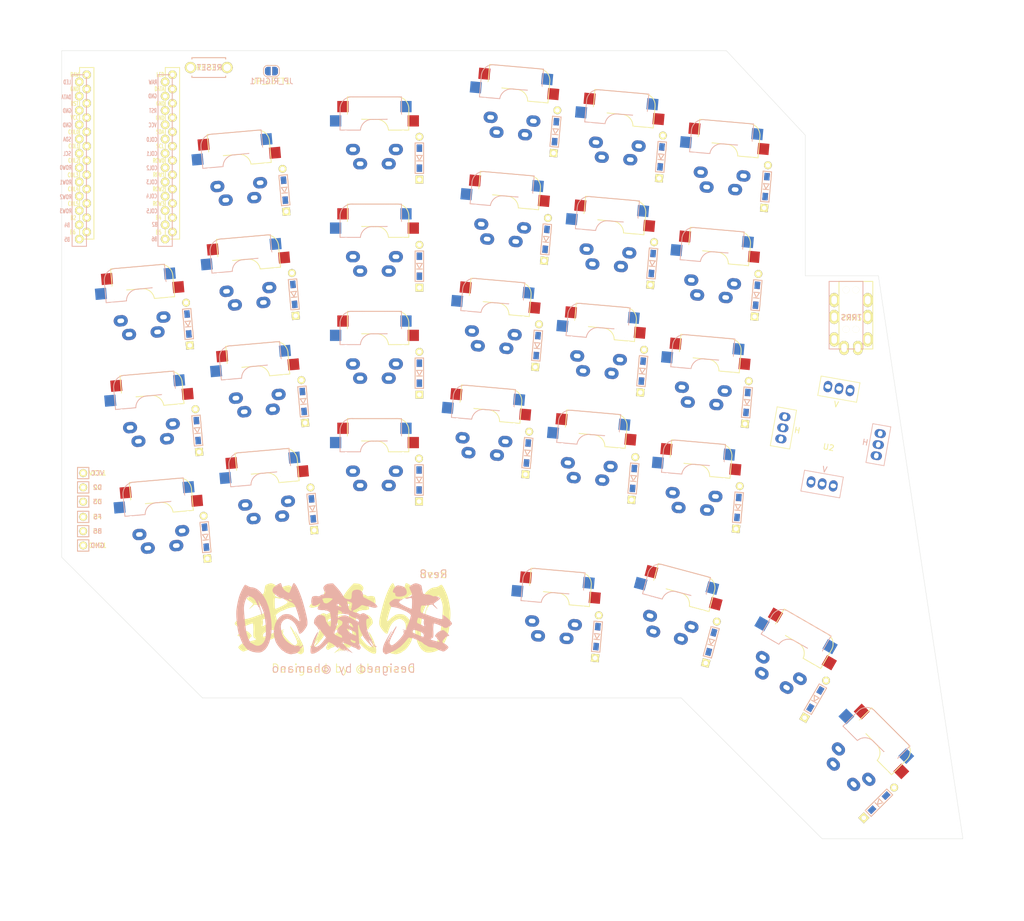
<source format=kicad_pcb>
(kicad_pcb (version 20171130) (host pcbnew 5.1.9)
  (title_block (title MUSASHI60) (rev 2) (company "HAMANO Tsukasa"))
  (layers (0 F.Cu signal) (31 B.Cu signal) (34 B.Paste user) (35 F.Paste user) (36 B.SilkS user) (37 F.SilkS user) (38 B.Mask user) (39 F.Mask user) (44 Edge.Cuts user))
  (net 0 "")
  (net 1 B1)
  (net 2 "Net-(D_A3-Pad2)")
  (net 3 "Net-(D_A4-Pad2)")
  (net 4 B3)
  (net 5 F6)
  (net 6 "Net-(D_B1-Pad2)")
  (net 7 "Net-(D_B2-Pad2)")
  (net 8 F7)
  (net 9 "Net-(D_B3-Pad2)")
  (net 10 "Net-(D_B4-Pad2)")
  (net 11 D1)
  (net 12 D0)
  (net 13 RST)
  (net 14 GND)
  (net 15 "Net-(U1-Pad24)")
  (net 16 VCC)
  (net 17 B2)
  (net 18 "Net-(D_B5-Pad2)")
  (net 19 "Net-(D_C1-Pad2)")
  (net 20 "Net-(D_C2-Pad2)")
  (net 21 "Net-(D_C4-Pad2)")
  (net 22 "Net-(D_C5-Pad2)")
  (net 23 D4)
  (net 24 "Net-(D_D1-Pad2)")
  (net 25 "Net-(D_D2-Pad2)")
  (net 26 "Net-(D_D3-Pad2)")
  (net 27 "Net-(D_D4-Pad2)")
  (net 28 "Net-(D_D5-Pad2)")
  (net 29 "Net-(D_E1-Pad2)")
  (net 30 "Net-(D_E2-Pad2)")
  (net 31 "Net-(D_E3-Pad2)")
  (net 32 "Net-(D_E4-Pad2)")
  (net 33 "Net-(D_F2-Pad2)")
  (net 34 "Net-(D_F3-Pad2)")
  (net 35 C6)
  (net 36 D7)
  (net 37 E6)
  (net 38 B4)
  (net 39 B5)
  (net 40 D2)
  (net 41 D3)
  (net 42 F4)
  (net 43 F5)
  (net 44 "Net-(J1-PadA)")
  (net 45 B6)
  (net 46 "Net-(D_A1-Pad2)")
  (net 47 "Net-(D_A2-Pad2)")
  (net 48 "Net-(D_C3-Pad2)")
  (net 49 "Net-(D_A5-Pad2)")
  (net 50 "Net-(D_F4-Pad2)")
  (module local:musashi50-silk-256 (layer B.Cu) (at 87 113 180)
    (fp_text reference G_LOGO_B hide)
    (fp_text value LOGO hide)
  )
  (module local:musashi50-silk-256 (layer F.Cu) (at 87 113)
    (fp_text reference G_LOGO_F hide)
    (fp_text value LOGO hide)
  )
  (module local:J08K (layer F.Cu) (at 173.5 81.5 350)
    (fp_text reference U2 (at 0 2 170) (layer F.SilkS))
    (fp_text value joystick)
    (fp_text user H (at 6.25 0 170) (layer B.SilkS))
    (fp_text user V (at 0 6 170) (layer B.SilkS))
    (fp_text user V (at 0 -5.75 170) (layer F.SilkS))
    (fp_text user H (at -6 0 170) (layer F.SilkS))
    (pad "" np_thru_hole circle (at -6 6 350) (size 1.6 1.6) (drill 1.6) (layers *.Cu *.Mask))
    (pad "" np_thru_hole circle (at 6 -6 350) (size 1.6 1.6) (drill 1.6) (layers *.Cu *.Mask))
    (pad 2 thru_hole oval (at 8.6 -2 260) (size 1.5 2) (drill oval 1 0.8) (layers *.Cu *.Mask) (net 14 GND))
    (pad 1 thru_hole oval (at 8.6 2 260) (size 1.5 2) (drill oval 1 0.8) (layers *.Cu *.Mask) (net 16 VCC))
    (pad 3 thru_hole oval (at 8.6 0 260) (size 1.5 2) (drill oval 1 0.8) (layers *.Cu *.Mask) (net 42 F4))
    (pad 2 thru_hole oval (at -8.6 2 260) (size 1.5 2) (drill oval 1 0.8) (layers *.Cu *.Mask) (net 14 GND))
    (pad 1 thru_hole oval (at -8.6 -2 260) (size 1.5 2) (drill oval 1 0.8) (layers *.Cu *.Mask) (net 16 VCC))
    (pad 3 thru_hole oval (at -8.6 0 260) (size 1.5 2) (drill oval 1 0.8) (layers *.Cu *.Mask) (net 42 F4))
    (pad 2 thru_hole oval (at 2 8.6 350) (size 1.5 2) (drill oval 1 0.8) (layers *.Cu *.Mask) (net 14 GND))
    (pad 1 thru_hole oval (at -2 8.6 350) (size 1.5 2) (drill oval 1 0.8) (layers *.Cu *.Mask) (net 16 VCC))
    (pad 4 thru_hole oval (at 0 8.6 350) (size 1.5 2) (drill oval 1 0.8) (layers *.Cu *.Mask) (net 43 F5))
    (pad 2 thru_hole oval (at 2 -8.6 350) (size 1.5 2) (drill oval 1 0.8) (layers *.Cu *.Mask) (net 14 GND))
    (pad 1 thru_hole oval (at -2 -8.6 350) (size 1.5 2) (drill oval 1 0.8) (layers *.Cu *.Mask) (net 16 VCC))
    (pad 4 thru_hole oval (at 0 -8.6 350) (size 1.5 2) (drill oval 1 0.8) (layers *.Cu *.Mask) (net 43 F5))
  )
  (module local:CherryMX_Direct_Hotswap_Reversible (layer F.Cu) (at 117.16619 22.645391 355)
    (fp_text reference SW_C1 hide)
    (fp_text value SW_PUSH hide)
    (pad 2 thru_hole oval (at 2.54 5.08 175) (size 2.5 2) (drill oval 1.2 0.8) (layers *.Cu *.Mask) (net 19 "Net-(D_C1-Pad2)"))
    (pad 2 thru_hole oval (at 3.81 2.54 175) (size 2.5 2) (drill oval 1.2 0.8) (layers *.Cu *.Mask) (net 19 "Net-(D_C1-Pad2)"))
    (pad 1 thru_hole oval (at -2.54 5.08 175) (size 2.5 2) (drill oval 1.2 0.8) (layers *.Cu *.Mask) (net 23 D4))
    (pad 1 thru_hole oval (at -3.81 2.54 175) (size 2.5 2) (drill oval 1.2 0.8) (layers *.Cu *.Mask) (net 23 D4))
    (pad 1 smd rect (at -5.6 -5.08 175) (size 2 2) (layers F.Cu F.Paste F.Mask) (net 23 D4))
    (pad "" np_thru_hole circle (at 3.81 -2.54 175) (size 3 3) (drill 3) (layers *.Cu *.Mask))
    (pad "" np_thru_hole circle (at -2.54 -5.08 175) (size 3 3) (drill 3) (layers *.Cu *.Mask))
    (pad 2 smd rect (at 6.9 -2.54 175) (size 2 2) (layers F.Cu F.Paste F.Mask) (net 19 "Net-(D_C1-Pad2)"))
    (pad 1 smd rect (at -6.9 -2.54 175) (size 2 2) (layers B.Cu B.Paste B.Mask) (net 23 D4))
    (pad "" np_thru_hole circle (at 2.54 -5.08 175) (size 3 3) (drill 3) (layers *.Cu *.Mask))
    (pad "" np_thru_hole circle (at 0 0 265) (size 3.988 3.988) (drill 3.988) (layers *.Cu *.Mask))
    (pad "" np_thru_hole circle (at -5.08 0 175) (size 1.702 1.702) (drill 1.702) (layers *.Cu *.Mask))
    (pad "" np_thru_hole circle (at 5.08 0 175) (size 1.702 1.702) (drill 1.702) (layers *.Cu *.Mask))
    (pad "" np_thru_hole circle (at -3.81 -2.54 175) (size 3 3) (drill 3) (layers *.Cu *.Mask))
    (pad 2 smd rect (at 5.6 -5.08 175) (size 2 2) (layers B.Cu B.Paste B.Mask) (net 19 "Net-(D_C1-Pad2)"))
  )
  (module local:CherryMX_Direct_Hotswap_Reversible (layer F.Cu) (at 92.516997 85.165647)
    (fp_text reference SW_D4 hide)
    (fp_text value SW_PUSH hide)
    (pad 2 thru_hole oval (at 2.54 5.08 180) (size 2.5 2) (drill oval 1.2 0.8) (layers *.Cu *.Mask) (net 27 "Net-(D_D4-Pad2)"))
    (pad 2 thru_hole oval (at 3.81 2.54 180) (size 2.5 2) (drill oval 1.2 0.8) (layers *.Cu *.Mask) (net 27 "Net-(D_D4-Pad2)"))
    (pad 1 thru_hole oval (at -2.54 5.08 180) (size 2.5 2) (drill oval 1.2 0.8) (layers *.Cu *.Mask) (net 35 C6))
    (pad 1 thru_hole oval (at -3.81 2.54 180) (size 2.5 2) (drill oval 1.2 0.8) (layers *.Cu *.Mask) (net 35 C6))
    (pad 1 smd rect (at -5.6 -5.08 180) (size 2 2) (layers F.Cu F.Paste F.Mask) (net 35 C6))
    (pad "" np_thru_hole circle (at 3.81 -2.54 180) (size 3 3) (drill 3) (layers *.Cu *.Mask))
    (pad "" np_thru_hole circle (at -2.54 -5.08 180) (size 3 3) (drill 3) (layers *.Cu *.Mask))
    (pad 2 smd rect (at 6.9 -2.54 180) (size 2 2) (layers F.Cu F.Paste F.Mask) (net 27 "Net-(D_D4-Pad2)"))
    (pad 1 smd rect (at -6.9 -2.54 180) (size 2 2) (layers B.Cu B.Paste B.Mask) (net 35 C6))
    (pad "" np_thru_hole circle (at 2.54 -5.08 180) (size 3 3) (drill 3) (layers *.Cu *.Mask))
    (pad "" np_thru_hole circle (at 0 0 270) (size 3.988 3.988) (drill 3.988) (layers *.Cu *.Mask))
    (pad "" np_thru_hole circle (at -5.08 0 180) (size 1.702 1.702) (drill 1.702) (layers *.Cu *.Mask))
    (pad "" np_thru_hole circle (at 5.08 0 180) (size 1.702 1.702) (drill 1.702) (layers *.Cu *.Mask))
    (pad "" np_thru_hole circle (at -3.81 -2.54 180) (size 3 3) (drill 3) (layers *.Cu *.Mask))
    (pad 2 smd rect (at 5.6 -5.08 180) (size 2 2) (layers B.Cu B.Paste B.Mask) (net 27 "Net-(D_D4-Pad2)"))
  )
  (module local:CherryMX_Direct_Hotswap_Reversible (layer F.Cu) (at 92.516997 66.115567)
    (fp_text reference SW_D3 hide)
    (fp_text value SW_PUSH hide)
    (pad 2 thru_hole oval (at 2.54 5.08 180) (size 2.5 2) (drill oval 1.2 0.8) (layers *.Cu *.Mask) (net 26 "Net-(D_D3-Pad2)"))
    (pad 2 thru_hole oval (at 3.81 2.54 180) (size 2.5 2) (drill oval 1.2 0.8) (layers *.Cu *.Mask) (net 26 "Net-(D_D3-Pad2)"))
    (pad 1 thru_hole oval (at -2.54 5.08 180) (size 2.5 2) (drill oval 1.2 0.8) (layers *.Cu *.Mask) (net 35 C6))
    (pad 1 thru_hole oval (at -3.81 2.54 180) (size 2.5 2) (drill oval 1.2 0.8) (layers *.Cu *.Mask) (net 35 C6))
    (pad 1 smd rect (at -5.6 -5.08 180) (size 2 2) (layers F.Cu F.Paste F.Mask) (net 35 C6))
    (pad "" np_thru_hole circle (at 3.81 -2.54 180) (size 3 3) (drill 3) (layers *.Cu *.Mask))
    (pad "" np_thru_hole circle (at -2.54 -5.08 180) (size 3 3) (drill 3) (layers *.Cu *.Mask))
    (pad 2 smd rect (at 6.9 -2.54 180) (size 2 2) (layers F.Cu F.Paste F.Mask) (net 26 "Net-(D_D3-Pad2)"))
    (pad 1 smd rect (at -6.9 -2.54 180) (size 2 2) (layers B.Cu B.Paste B.Mask) (net 35 C6))
    (pad "" np_thru_hole circle (at 2.54 -5.08 180) (size 3 3) (drill 3) (layers *.Cu *.Mask))
    (pad "" np_thru_hole circle (at 0 0 270) (size 3.988 3.988) (drill 3.988) (layers *.Cu *.Mask))
    (pad "" np_thru_hole circle (at -5.08 0 180) (size 1.702 1.702) (drill 1.702) (layers *.Cu *.Mask))
    (pad "" np_thru_hole circle (at 5.08 0 180) (size 1.702 1.702) (drill 1.702) (layers *.Cu *.Mask))
    (pad "" np_thru_hole circle (at -3.81 -2.54 180) (size 3 3) (drill 3) (layers *.Cu *.Mask))
    (pad 2 smd rect (at 5.6 -5.08 180) (size 2 2) (layers B.Cu B.Paste B.Mask) (net 26 "Net-(D_D3-Pad2)"))
  )
  (module local:CherryMX_Direct_Hotswap_Reversible (layer F.Cu) (at 92.516997 47.065486)
    (fp_text reference SW_D2 hide)
    (fp_text value SW_PUSH hide)
    (pad 2 thru_hole oval (at 2.54 5.08 180) (size 2.5 2) (drill oval 1.2 0.8) (layers *.Cu *.Mask) (net 25 "Net-(D_D2-Pad2)"))
    (pad 2 thru_hole oval (at 3.81 2.54 180) (size 2.5 2) (drill oval 1.2 0.8) (layers *.Cu *.Mask) (net 25 "Net-(D_D2-Pad2)"))
    (pad 1 thru_hole oval (at -2.54 5.08 180) (size 2.5 2) (drill oval 1.2 0.8) (layers *.Cu *.Mask) (net 35 C6))
    (pad 1 thru_hole oval (at -3.81 2.54 180) (size 2.5 2) (drill oval 1.2 0.8) (layers *.Cu *.Mask) (net 35 C6))
    (pad 1 smd rect (at -5.6 -5.08 180) (size 2 2) (layers F.Cu F.Paste F.Mask) (net 35 C6))
    (pad "" np_thru_hole circle (at 3.81 -2.54 180) (size 3 3) (drill 3) (layers *.Cu *.Mask))
    (pad "" np_thru_hole circle (at -2.54 -5.08 180) (size 3 3) (drill 3) (layers *.Cu *.Mask))
    (pad 2 smd rect (at 6.9 -2.54 180) (size 2 2) (layers F.Cu F.Paste F.Mask) (net 25 "Net-(D_D2-Pad2)"))
    (pad 1 smd rect (at -6.9 -2.54 180) (size 2 2) (layers B.Cu B.Paste B.Mask) (net 35 C6))
    (pad "" np_thru_hole circle (at 2.54 -5.08 180) (size 3 3) (drill 3) (layers *.Cu *.Mask))
    (pad "" np_thru_hole circle (at 0 0 270) (size 3.988 3.988) (drill 3.988) (layers *.Cu *.Mask))
    (pad "" np_thru_hole circle (at -5.08 0 180) (size 1.702 1.702) (drill 1.702) (layers *.Cu *.Mask))
    (pad "" np_thru_hole circle (at 5.08 0 180) (size 1.702 1.702) (drill 1.702) (layers *.Cu *.Mask))
    (pad "" np_thru_hole circle (at -3.81 -2.54 180) (size 3 3) (drill 3) (layers *.Cu *.Mask))
    (pad 2 smd rect (at 5.6 -5.08 180) (size 2 2) (layers B.Cu B.Paste B.Mask) (net 25 "Net-(D_D2-Pad2)"))
  )
  (module local:CherryMX_Direct_Hotswap_Reversible (layer F.Cu) (at 92.516996 28.015407)
    (fp_text reference SW_D1 hide)
    (fp_text value SW_PUSH hide)
    (pad 2 thru_hole oval (at 2.54 5.08 180) (size 2.5 2) (drill oval 1.2 0.8) (layers *.Cu *.Mask) (net 24 "Net-(D_D1-Pad2)"))
    (pad 2 thru_hole oval (at 3.81 2.54 180) (size 2.5 2) (drill oval 1.2 0.8) (layers *.Cu *.Mask) (net 24 "Net-(D_D1-Pad2)"))
    (pad 1 thru_hole oval (at -2.54 5.08 180) (size 2.5 2) (drill oval 1.2 0.8) (layers *.Cu *.Mask) (net 35 C6))
    (pad 1 thru_hole oval (at -3.81 2.54 180) (size 2.5 2) (drill oval 1.2 0.8) (layers *.Cu *.Mask) (net 35 C6))
    (pad 1 smd rect (at -5.6 -5.08 180) (size 2 2) (layers F.Cu F.Paste F.Mask) (net 35 C6))
    (pad "" np_thru_hole circle (at 3.81 -2.54 180) (size 3 3) (drill 3) (layers *.Cu *.Mask))
    (pad "" np_thru_hole circle (at -2.54 -5.08 180) (size 3 3) (drill 3) (layers *.Cu *.Mask))
    (pad 2 smd rect (at 6.9 -2.54 180) (size 2 2) (layers F.Cu F.Paste F.Mask) (net 24 "Net-(D_D1-Pad2)"))
    (pad 1 smd rect (at -6.9 -2.54 180) (size 2 2) (layers B.Cu B.Paste B.Mask) (net 35 C6))
    (pad "" np_thru_hole circle (at 2.54 -5.08 180) (size 3 3) (drill 3) (layers *.Cu *.Mask))
    (pad "" np_thru_hole circle (at 0 0 270) (size 3.988 3.988) (drill 3.988) (layers *.Cu *.Mask))
    (pad "" np_thru_hole circle (at -5.08 0 180) (size 1.702 1.702) (drill 1.702) (layers *.Cu *.Mask))
    (pad "" np_thru_hole circle (at 5.08 0 180) (size 1.702 1.702) (drill 1.702) (layers *.Cu *.Mask))
    (pad "" np_thru_hole circle (at -3.81 -2.54 180) (size 3 3) (drill 3) (layers *.Cu *.Mask))
    (pad 2 smd rect (at 5.6 -5.08 180) (size 2 2) (layers B.Cu B.Paste B.Mask) (net 24 "Net-(D_D1-Pad2)"))
  )
  (module foostan:MJ-4PP-9 (layer F.Cu) (at 178 54)
    (fp_text reference J1)
    (fp_text value MJ-4PP-9 hide)
    (fp_text user TRRS (at -0.75 6.45) (layer F.SilkS))
    (fp_text user TRRS (at -0.8255 6.4135) (layer B.SilkS) (effects (justify mirror)))
    (pad A thru_hole oval (at -2.1 11.8) (size 1.7 2.5) (drill oval 1 1.5) (layers *.Cu *.Mask F.SilkS) (net 44 "Net-(J1-PadA)") (clearance 0.15))
    (pad D thru_hole oval (at 2.1 10.3) (size 1.7 2.5) (drill oval 1 1.5) (layers *.Cu *.Mask F.SilkS) (net 16 VCC) (clearance 0.15))
    (pad C thru_hole oval (at 2.1 6.3) (size 1.7 2.5) (drill oval 1 1.5) (layers *.Cu *.Mask F.SilkS) (net 14 GND))
    (pad B thru_hole oval (at 2.1 3.3) (size 1.7 2.5) (drill oval 1 1.5) (layers *.Cu *.Mask F.SilkS) (net 40 D2))
    (pad "" np_thru_hole circle (at 0 8.5) (size 1.2 1.2) (drill 1.2) (layers *.Cu *.Mask F.SilkS))
    (pad "" np_thru_hole circle (at 0 1.5) (size 1.2 1.2) (drill 1.2) (layers *.Cu *.Mask F.SilkS))
    (pad C thru_hole oval (at -3.85 6.3) (size 1.7 2.5) (drill oval 1 1.5) (layers *.Cu *.Mask F.SilkS) (net 14 GND))
    (pad B thru_hole oval (at -3.85 3.3) (size 1.7 2.5) (drill oval 1 1.5) (layers *.Cu *.Mask F.SilkS) (net 40 D2))
    (pad A thru_hole oval (at 0.35 11.8) (size 1.7 2.5) (drill oval 1 1.5) (layers *.Cu *.Mask F.SilkS) (net 44 "Net-(J1-PadA)") (clearance 0.15))
    (pad D thru_hole oval (at -3.85 10.3) (size 1.7 2.5) (drill oval 1 1.5) (layers *.Cu *.Mask F.SilkS) (net 16 VCC) (clearance 0.15))
    (pad "" np_thru_hole circle (at -1.75 1.5) (size 1.2 1.2) (drill 1.2) (layers *.Cu *.Mask F.SilkS))
    (pad "" np_thru_hole circle (at -1.75 8.5) (size 1.2 1.2) (drill 1.2) (layers *.Cu *.Mask F.SilkS))
  )
  (module foostan:D3_TH_SMD (layer F.Cu) (at 143.397652 31.874631 85)
    (fp_text reference D_B1 hide)
    (fp_text value D hide)
    (pad 2 smd rect (at 1.775 0 85) (size 1.3 0.95) (layers F.Cu F.Paste F.Mask) (net 6 "Net-(D_B1-Pad2)"))
    (pad 2 thru_hole circle (at 3.81 0 85) (size 1.397 1.397) (drill 0.8128) (layers *.Cu *.Mask F.SilkS) (net 6 "Net-(D_B1-Pad2)"))
    (pad 1 thru_hole rect (at -3.81 0 85) (size 1.397 1.397) (drill 0.8128) (layers *.Cu *.Mask F.SilkS) (net 5 F6))
    (pad 1 smd rect (at -1.775 0 85) (size 1.3 0.95) (layers B.Cu B.Paste B.Mask) (net 5 F6))
    (pad 2 smd rect (at 1.775 0 85) (size 1.3 0.95) (layers B.Cu B.Paste B.Mask) (net 6 "Net-(D_B1-Pad2)"))
    (pad 1 smd rect (at -1.775 0 85) (size 1.3 0.95) (layers F.Cu F.Paste F.Mask) (net 5 F6))
  )
  (module foostan:D3_TH_SMD (layer F.Cu) (at 162.05 37.15 85)
    (fp_text reference D_A1 hide)
    (fp_text value D hide)
    (pad 2 smd rect (at 1.775 0 85) (size 1.3 0.95) (layers F.Cu F.Paste F.Mask) (net 46 "Net-(D_A1-Pad2)"))
    (pad 2 thru_hole circle (at 3.81 0 85) (size 1.397 1.397) (drill 0.8128) (layers *.Cu *.Mask F.SilkS) (net 46 "Net-(D_A1-Pad2)"))
    (pad 1 thru_hole rect (at -3.81 0 85) (size 1.397 1.397) (drill 0.8128) (layers *.Cu *.Mask F.SilkS) (net 5 F6))
    (pad 1 smd rect (at -1.775 0 85) (size 1.3 0.95) (layers B.Cu B.Paste B.Mask) (net 5 F6))
    (pad 2 smd rect (at 1.775 0 85) (size 1.3 0.95) (layers B.Cu B.Paste B.Mask) (net 46 "Net-(D_A1-Pad2)"))
    (pad 1 smd rect (at -1.775 0 85) (size 1.3 0.95) (layers F.Cu F.Paste F.Mask) (net 5 F6))
  )
  (module foostan:D3_TH_SMD (layer F.Cu) (at 160.35 56.45 85)
    (fp_text reference D_A2 hide)
    (fp_text value D hide)
    (pad 2 smd rect (at 1.775 0 85) (size 1.3 0.95) (layers F.Cu F.Paste F.Mask) (net 47 "Net-(D_A2-Pad2)"))
    (pad 2 thru_hole circle (at 3.81 0 85) (size 1.397 1.397) (drill 0.8128) (layers *.Cu *.Mask F.SilkS) (net 47 "Net-(D_A2-Pad2)"))
    (pad 1 thru_hole rect (at -3.81 0 85) (size 1.397 1.397) (drill 0.8128) (layers *.Cu *.Mask F.SilkS) (net 8 F7))
    (pad 1 smd rect (at -1.775 0 85) (size 1.3 0.95) (layers B.Cu B.Paste B.Mask) (net 8 F7))
    (pad 2 smd rect (at 1.775 0 85) (size 1.3 0.95) (layers B.Cu B.Paste B.Mask) (net 47 "Net-(D_A2-Pad2)"))
    (pad 1 smd rect (at -1.775 0 85) (size 1.3 0.95) (layers F.Cu F.Paste F.Mask) (net 8 F7))
  )
  (module foostan:D3_TH_SMD (layer F.Cu) (at 158.65 75.5 85)
    (fp_text reference D_A3 hide)
    (fp_text value D hide)
    (pad 2 smd rect (at 1.775 0 85) (size 1.3 0.95) (layers F.Cu F.Paste F.Mask) (net 2 "Net-(D_A3-Pad2)"))
    (pad 2 thru_hole circle (at 3.81 0 85) (size 1.397 1.397) (drill 0.8128) (layers *.Cu *.Mask F.SilkS) (net 2 "Net-(D_A3-Pad2)"))
    (pad 1 thru_hole rect (at -3.81 0 85) (size 1.397 1.397) (drill 0.8128) (layers *.Cu *.Mask F.SilkS) (net 1 B1))
    (pad 1 smd rect (at -1.775 0 85) (size 1.3 0.95) (layers B.Cu B.Paste B.Mask) (net 1 B1))
    (pad 2 smd rect (at 1.775 0 85) (size 1.3 0.95) (layers B.Cu B.Paste B.Mask) (net 2 "Net-(D_A3-Pad2)"))
    (pad 1 smd rect (at -1.775 0 85) (size 1.3 0.95) (layers F.Cu F.Paste F.Mask) (net 1 B1))
  )
  (module foostan:D3_TH_SMD (layer F.Cu) (at 157.05 94.15 85)
    (fp_text reference D_A4 hide)
    (fp_text value D hide)
    (pad 2 smd rect (at 1.775 0 85) (size 1.3 0.95) (layers F.Cu F.Paste F.Mask) (net 3 "Net-(D_A4-Pad2)"))
    (pad 2 thru_hole circle (at 3.81 0 85) (size 1.397 1.397) (drill 0.8128) (layers *.Cu *.Mask F.SilkS) (net 3 "Net-(D_A4-Pad2)"))
    (pad 1 thru_hole rect (at -3.81 0 85) (size 1.397 1.397) (drill 0.8128) (layers *.Cu *.Mask F.SilkS) (net 4 B3))
    (pad 1 smd rect (at -1.775 0 85) (size 1.3 0.95) (layers B.Cu B.Paste B.Mask) (net 4 B3))
    (pad 2 smd rect (at 1.775 0 85) (size 1.3 0.95) (layers B.Cu B.Paste B.Mask) (net 3 "Net-(D_A4-Pad2)"))
    (pad 1 smd rect (at -1.775 0 85) (size 1.3 0.95) (layers F.Cu F.Paste F.Mask) (net 4 B3))
  )
  (module foostan:ResetSW (layer F.Cu) (at 63.10339 16)
    (fp_text reference SW_RST1 hide)
    (fp_text value SW_PUSH)
    (fp_text user RESET (at 0 0) (layer F.SilkS))
    (fp_text user RESET (at 0.127 0) (layer B.SilkS) (effects (justify mirror)))
    (pad 2 thru_hole circle (at -3.25 0) (size 2 2) (drill 1.3) (layers *.Cu *.Mask F.SilkS) (net 13 RST))
    (pad 1 thru_hole circle (at 3.25 0) (size 2 2) (drill 1.3) (layers *.Cu *.Mask F.SilkS) (net 14 GND))
  )
  (module foostan:ProMicro_v2 (layer F.Cu) (at 49 31.75)
    (fp_text reference U1 hide)
    (fp_text value ProMicro_r hide)
    (fp_text user "" (at -0.5 -17.25) (layer F.SilkS))
    (fp_text user "" (at -1.2065 -16.256) (layer B.SilkS) (effects (justify mirror)))
    (fp_text user RAW (at -9.7155 -14.478) (layer F.SilkS) (effects (font (size 0.75 0.5) (thickness 0.125))))
    (fp_text user LED (at 5.5 -14.478) (layer F.SilkS) (effects (font (size 0.75 0.5) (thickness 0.125))))
    (fp_text user GND (at -9.7155 -11.938) (layer F.SilkS) (effects (font (size 0.75 0.5) (thickness 0.125))))
    (fp_text user DATA (at 5.35 -11.95) (layer F.SilkS) (effects (font (size 0.75 0.5) (thickness 0.125))))
    (fp_text user RST (at -9.7155 -9.3345) (layer F.SilkS) (effects (font (size 0.75 0.5) (thickness 0.125))))
    (fp_text user GND (at 5.5245 -9.3345) (layer F.SilkS) (effects (font (size 0.75 0.5) (thickness 0.125))))
    (fp_text user VCC (at -9.7155 -6.858) (layer F.SilkS) (effects (font (size 0.75 0.5) (thickness 0.125))))
    (fp_text user GND (at 5.461 -6.7945) (layer F.SilkS) (effects (font (size 0.75 0.5) (thickness 0.125))))
    (fp_text user COL3 (at -10 3.35) (layer F.SilkS) (effects (font (size 0.75 0.5) (thickness 0.125))))
    (fp_text user ROW0 (at 5.2 0.8) (layer F.SilkS) (effects (font (size 0.75 0.5) (thickness 0.125))))
    (fp_text user COL2 (at -9.9 0.762) (layer F.SilkS) (effects (font (size 0.75 0.5) (thickness 0.125))))
    (fp_text user SCL (at 5.461 -1.778) (layer F.SilkS) (effects (font (size 0.75 0.5) (thickness 0.125))))
    (fp_text user COL1 (at -9.85 -1.778) (layer F.SilkS) (effects (font (size 0.75 0.5) (thickness 0.125))))
    (fp_text user SDA (at 5.461 -4.318) (layer F.SilkS) (effects (font (size 0.75 0.5) (thickness 0.125))))
    (fp_text user COL0 (at -9.9 -4.3) (layer F.SilkS) (effects (font (size 0.75 0.5) (thickness 0.125))))
    (fp_text user B6 (at -10.05 13.5) (layer F.SilkS) (effects (font (size 0.75 0.5) (thickness 0.125))))
    (fp_text user B5 (at 5.2 13.5255) (layer F.SilkS) (effects (font (size 0.75 0.5) (thickness 0.125))))
    (fp_text user B4 (at 5.2 10.922) (layer F.SilkS) (effects (font (size 0.75 0.5) (thickness 0.125))))
    (fp_text user B2 (at -9.95 10.95) (layer F.SilkS) (effects (font (size 0.75 0.5) (thickness 0.125))))
    (fp_text user ROW3 (at 5.2 8.4455) (layer F.SilkS) (effects (font (size 0.75 0.5) (thickness 0.125))))
    (fp_text user COL5 (at -9.95 8.4455) (layer F.SilkS) (effects (font (size 0.75 0.5) (thickness 0.125))))
    (fp_text user ROW2 (at 5.2 5.85) (layer F.SilkS) (effects (font (size 0.75 0.5) (thickness 0.125))))
    (fp_text user COL4 (at -9.95 5.85) (layer F.SilkS) (effects (font (size 0.75 0.5) (thickness 0.125))))
    (fp_text user ROW1 (at 5.25 3.302) (layer F.SilkS) (effects (font (size 0.75 0.5) (thickness 0.125))))
    (fp_text user ROW1 (at -11.3 4.6355) (layer B.SilkS) (effects (font (size 0.75 0.5) (thickness 0.125)) (justify mirror)))
    (fp_text user COL4 (at 3.95 7.112) (layer B.SilkS) (effects (font (size 0.75 0.5) (thickness 0.125)) (justify mirror)))
    (fp_text user ROW2 (at -11.3 7.239) (layer B.SilkS) (effects (font (size 0.75 0.5) (thickness 0.125)) (justify mirror)))
    (fp_text user COL5 (at 4 9.75) (layer B.SilkS) (effects (font (size 0.75 0.5) (thickness 0.125)) (justify mirror)))
    (fp_text user ROW3 (at -11.3 9.75) (layer B.SilkS) (effects (font (size 0.75 0.5) (thickness 0.125)) (justify mirror)))
    (fp_text user B2 (at 4.5085 12.1285) (layer B.SilkS) (effects (font (size 0.75 0.5) (thickness 0.125)) (justify mirror)))
    (fp_text user B4 (at -11.049 12.2555) (layer B.SilkS) (effects (font (size 0.75 0.5) (thickness 0.125)) (justify mirror)))
    (fp_text user B5 (at -11.049 14.7955) (layer B.SilkS) (effects (font (size 0.75 0.5) (thickness 0.125)) (justify mirror)))
    (fp_text user B6 (at 4.445 14.732) (layer B.SilkS) (effects (font (size 0.75 0.5) (thickness 0.125)) (justify mirror)))
    (fp_text user COL0 (at 4 -2.95) (layer B.SilkS) (effects (font (size 0.75 0.5) (thickness 0.125)) (justify mirror)))
    (fp_text user SDA (at -11.049 -2.9845) (layer B.SilkS) (effects (font (size 0.75 0.5) (thickness 0.125)) (justify mirror)))
    (fp_text user COL1 (at 4 -0.4445) (layer B.SilkS) (effects (font (size 0.75 0.5) (thickness 0.125)) (justify mirror)))
    (fp_text user SCL (at -11.049 -0.4445) (layer B.SilkS) (effects (font (size 0.75 0.5) (thickness 0.125)) (justify mirror)))
    (fp_text user COL2 (at 4 2.1) (layer B.SilkS) (effects (font (size 0.75 0.5) (thickness 0.125)) (justify mirror)))
    (fp_text user ROW0 (at -11.3 2.032) (layer B.SilkS) (effects (font (size 0.75 0.5) (thickness 0.125)) (justify mirror)))
    (fp_text user COL3 (at 4 4.6) (layer B.SilkS) (effects (font (size 0.75 0.5) (thickness 0.125)) (justify mirror)))
    (fp_text user GND (at -11.049 -5.5245) (layer B.SilkS) (effects (font (size 0.75 0.5) (thickness 0.125)) (justify mirror)))
    (fp_text user VCC (at 4.1275 -5.5245) (layer B.SilkS) (effects (font (size 0.75 0.5) (thickness 0.125)) (justify mirror)))
    (fp_text user GND (at -11.049 -8.0645) (layer B.SilkS) (effects (font (size 0.75 0.5) (thickness 0.125)) (justify mirror)))
    (fp_text user RST (at 4.191 -8.0645) (layer B.SilkS) (effects (font (size 0.75 0.5) (thickness 0.125)) (justify mirror)))
    (fp_text user DATA (at -11.2 -10.5) (layer B.SilkS) (effects (font (size 0.75 0.5) (thickness 0.125)) (justify mirror)))
    (fp_text user GND (at 4.1275 -10.668) (layer B.SilkS) (effects (font (size 0.75 0.5) (thickness 0.125)) (justify mirror)))
    (fp_text user LED (at -11.049 -13.1445) (layer B.SilkS) (effects (font (size 0.75 0.5) (thickness 0.125)) (justify mirror)))
    (fp_text user RAW (at 4.191 -13.1445) (layer B.SilkS) (effects (font (size 0.75 0.5) (thickness 0.125)) (justify mirror)))
    (pad 24 thru_hole circle (at 6.35 -13.208) (size 1.524 1.524) (drill 0.8128) (layers *.Cu *.Mask F.SilkS) (net 15 "Net-(U1-Pad24)"))
    (pad 23 thru_hole circle (at 6.35 -10.668) (size 1.524 1.524) (drill 0.8128) (layers *.Cu *.Mask F.SilkS) (net 14 GND))
    (pad 22 thru_hole circle (at 6.35 -8.128) (size 1.524 1.524) (drill 0.8128) (layers *.Cu *.Mask F.SilkS) (net 13 RST))
    (pad 21 thru_hole circle (at 6.35 -5.588) (size 1.524 1.524) (drill 0.8128) (layers *.Cu *.Mask F.SilkS) (net 16 VCC))
    (pad 20 thru_hole circle (at 6.35 -3.048) (size 1.524 1.524) (drill 0.8128) (layers *.Cu *.Mask F.SilkS) (net 42 F4))
    (pad 19 thru_hole circle (at 6.35 -0.508) (size 1.524 1.524) (drill 0.8128) (layers *.Cu *.Mask F.SilkS) (net 43 F5))
    (pad 18 thru_hole circle (at 6.35 2.032) (size 1.524 1.524) (drill 0.8128) (layers *.Cu *.Mask F.SilkS) (net 5 F6))
    (pad 17 thru_hole circle (at 6.35 4.572) (size 1.524 1.524) (drill 0.8128) (layers *.Cu *.Mask F.SilkS) (net 8 F7))
    (pad 16 thru_hole circle (at 6.35 7.112) (size 1.524 1.524) (drill 0.8128) (layers *.Cu *.Mask F.SilkS) (net 1 B1))
    (pad 15 thru_hole circle (at 6.35 9.652) (size 1.524 1.524) (drill 0.8128) (layers *.Cu *.Mask F.SilkS) (net 4 B3))
    (pad 14 thru_hole circle (at 6.35 12.192) (size 1.524 1.524) (drill 0.8128) (layers *.Cu *.Mask F.SilkS) (net 17 B2))
    (pad 13 thru_hole circle (at 6.35 14.732) (size 1.524 1.524) (drill 0.8128) (layers *.Cu *.Mask F.SilkS) (net 45 B6))
    (pad 12 thru_hole circle (at -8.89 14.732) (size 1.524 1.524) (drill 0.8128) (layers *.Cu *.Mask F.SilkS) (net 39 B5))
    (pad 11 thru_hole circle (at -8.89 12.192) (size 1.524 1.524) (drill 0.8128) (layers *.Cu *.Mask F.SilkS) (net 38 B4))
    (pad 10 thru_hole circle (at -8.89 9.652) (size 1.524 1.524) (drill 0.8128) (layers *.Cu *.Mask F.SilkS) (net 37 E6))
    (pad 9 thru_hole circle (at -8.89 7.112) (size 1.524 1.524) (drill 0.8128) (layers *.Cu *.Mask F.SilkS) (net 36 D7))
    (pad 8 thru_hole circle (at -8.89 4.572) (size 1.524 1.524) (drill 0.8128) (layers *.Cu *.Mask F.SilkS) (net 35 C6))
    (pad 7 thru_hole circle (at -8.89 2.032) (size 1.524 1.524) (drill 0.8128) (layers *.Cu *.Mask F.SilkS) (net 23 D4))
    (pad 6 thru_hole circle (at -8.89 -0.508) (size 1.524 1.524) (drill 0.8128) (layers *.Cu *.Mask F.SilkS) (net 12 D0))
    (pad 5 thru_hole circle (at -8.89 -3.048) (size 1.524 1.524) (drill 0.8128) (layers *.Cu *.Mask F.SilkS) (net 11 D1))
    (pad 4 thru_hole circle (at -8.89 -5.588) (size 1.524 1.524) (drill 0.8128) (layers *.Cu *.Mask F.SilkS) (net 14 GND))
    (pad 3 thru_hole circle (at -8.89 -8.128) (size 1.524 1.524) (drill 0.8128) (layers *.Cu *.Mask F.SilkS) (net 14 GND))
    (pad 2 thru_hole circle (at -8.89 -10.668) (size 1.524 1.524) (drill 0.8128) (layers *.Cu *.Mask F.SilkS) (net 40 D2))
    (pad 1 thru_hole circle (at -8.89 -13.208) (size 1.524 1.524) (drill 0.8128) (layers *.Cu *.Mask F.SilkS) (net 41 D3))
    (pad 1 thru_hole circle (at 7.6564 -14.478) (size 1.524 1.524) (drill 0.8128) (layers *.Cu *.Mask F.SilkS) (net 41 D3))
    (pad 2 thru_hole circle (at 7.6564 -11.938) (size 1.524 1.524) (drill 0.8128) (layers *.Cu *.Mask F.SilkS) (net 40 D2))
    (pad 3 thru_hole circle (at 7.6564 -9.398) (size 1.524 1.524) (drill 0.8128) (layers *.Cu *.Mask F.SilkS) (net 14 GND))
    (pad 4 thru_hole circle (at 7.6564 -6.858) (size 1.524 1.524) (drill 0.8128) (layers *.Cu *.Mask F.SilkS) (net 14 GND))
    (pad 5 thru_hole circle (at 7.6564 -4.318) (size 1.524 1.524) (drill 0.8128) (layers *.Cu *.Mask F.SilkS) (net 11 D1))
    (pad 6 thru_hole circle (at 7.6564 -1.778) (size 1.524 1.524) (drill 0.8128) (layers *.Cu *.Mask F.SilkS) (net 12 D0))
    (pad 7 thru_hole circle (at 7.6564 0.762) (size 1.524 1.524) (drill 0.8128) (layers *.Cu *.Mask F.SilkS) (net 23 D4))
    (pad 8 thru_hole circle (at 7.6564 3.302) (size 1.524 1.524) (drill 0.8128) (layers *.Cu *.Mask F.SilkS) (net 35 C6))
    (pad 9 thru_hole circle (at 7.6564 5.842) (size 1.524 1.524) (drill 0.8128) (layers *.Cu *.Mask F.SilkS) (net 36 D7))
    (pad 10 thru_hole circle (at 7.6564 8.382) (size 1.524 1.524) (drill 0.8128) (layers *.Cu *.Mask F.SilkS) (net 37 E6))
    (pad 11 thru_hole circle (at 7.6564 10.922) (size 1.524 1.524) (drill 0.8128) (layers *.Cu *.Mask F.SilkS) (net 38 B4))
    (pad 12 thru_hole circle (at 7.6564 13.462) (size 1.524 1.524) (drill 0.8128) (layers *.Cu *.Mask F.SilkS) (net 39 B5))
    (pad 13 thru_hole circle (at -7.5636 13.462) (size 1.524 1.524) (drill 0.8128) (layers *.Cu *.Mask F.SilkS) (net 45 B6))
    (pad 14 thru_hole circle (at -7.5636 10.922) (size 1.524 1.524) (drill 0.8128) (layers *.Cu *.Mask F.SilkS) (net 17 B2))
    (pad 15 thru_hole circle (at -7.5636 8.382) (size 1.524 1.524) (drill 0.8128) (layers *.Cu *.Mask F.SilkS) (net 4 B3))
    (pad 16 thru_hole circle (at -7.5636 5.842) (size 1.524 1.524) (drill 0.8128) (layers *.Cu *.Mask F.SilkS) (net 1 B1))
    (pad 17 thru_hole circle (at -7.5636 3.302) (size 1.524 1.524) (drill 0.8128) (layers *.Cu *.Mask F.SilkS) (net 8 F7))
    (pad 18 thru_hole circle (at -7.5636 0.762) (size 1.524 1.524) (drill 0.8128) (layers *.Cu *.Mask F.SilkS) (net 5 F6))
    (pad 19 thru_hole circle (at -7.5636 -1.778) (size 1.524 1.524) (drill 0.8128) (layers *.Cu *.Mask F.SilkS) (net 43 F5))
    (pad 20 thru_hole circle (at -7.5636 -4.318) (size 1.524 1.524) (drill 0.8128) (layers *.Cu *.Mask F.SilkS) (net 42 F4))
    (pad 21 thru_hole circle (at -7.5636 -6.858) (size 1.524 1.524) (drill 0.8128) (layers *.Cu *.Mask F.SilkS) (net 16 VCC))
    (pad 22 thru_hole circle (at -7.5636 -9.398) (size 1.524 1.524) (drill 0.8128) (layers *.Cu *.Mask F.SilkS) (net 13 RST))
    (pad 23 thru_hole circle (at -7.5636 -11.938) (size 1.524 1.524) (drill 0.8128) (layers *.Cu *.Mask F.SilkS) (net 14 GND))
    (pad 24 thru_hole circle (at -7.5636 -14.478) (size 1.524 1.524) (drill 0.8128) (layers *.Cu *.Mask F.SilkS) (net 15 "Net-(U1-Pad24)"))
  )
  (module foostan:D3_TH_SMD (layer F.Cu) (at 182.1 146.6 45)
    (fp_text reference D_A5 hide)
    (fp_text value D hide)
    (pad 2 smd rect (at 1.775 0 45) (size 1.3 0.95) (layers F.Cu F.Paste F.Mask) (net 49 "Net-(D_A5-Pad2)"))
    (pad 2 thru_hole circle (at 3.81 0 45) (size 1.397 1.397) (drill 0.8128) (layers *.Cu *.Mask F.SilkS) (net 49 "Net-(D_A5-Pad2)"))
    (pad 1 thru_hole rect (at -3.81 0 45) (size 1.397 1.397) (drill 0.8128) (layers *.Cu *.Mask F.SilkS) (net 17 B2))
    (pad 1 smd rect (at -1.775 0 45) (size 1.3 0.95) (layers B.Cu B.Paste B.Mask) (net 17 B2))
    (pad 2 smd rect (at 1.775 0 45) (size 1.3 0.95) (layers B.Cu B.Paste B.Mask) (net 49 "Net-(D_A5-Pad2)"))
    (pad 1 smd rect (at -1.775 0 45) (size 1.3 0.95) (layers F.Cu F.Paste F.Mask) (net 17 B2))
  )
  (module foostan:D3_TH_SMD (layer F.Cu) (at 170.8 128.2 60)
    (fp_text reference D_B5 hide)
    (fp_text value D hide)
    (pad 2 smd rect (at 1.775 0 60) (size 1.3 0.95) (layers F.Cu F.Paste F.Mask) (net 18 "Net-(D_B5-Pad2)"))
    (pad 2 thru_hole circle (at 3.81 0 60) (size 1.397 1.397) (drill 0.8128) (layers *.Cu *.Mask F.SilkS) (net 18 "Net-(D_B5-Pad2)"))
    (pad 1 thru_hole rect (at -3.81 0 60) (size 1.397 1.397) (drill 0.8128) (layers *.Cu *.Mask F.SilkS) (net 17 B2))
    (pad 1 smd rect (at -1.775 0 60) (size 1.3 0.95) (layers B.Cu B.Paste B.Mask) (net 17 B2))
    (pad 2 smd rect (at 1.775 0 60) (size 1.3 0.95) (layers B.Cu B.Paste B.Mask) (net 18 "Net-(D_B5-Pad2)"))
    (pad 1 smd rect (at -1.775 0 60) (size 1.3 0.95) (layers F.Cu F.Paste F.Mask) (net 17 B2))
  )
  (module foostan:D3_TH_SMD (layer F.Cu) (at 141.841312 50.811046 85)
    (fp_text reference D_B2 hide)
    (fp_text value D hide)
    (pad 2 smd rect (at 1.775 0 85) (size 1.3 0.95) (layers F.Cu F.Paste F.Mask) (net 7 "Net-(D_B2-Pad2)"))
    (pad 2 thru_hole circle (at 3.81 0 85) (size 1.397 1.397) (drill 0.8128) (layers *.Cu *.Mask F.SilkS) (net 7 "Net-(D_B2-Pad2)"))
    (pad 1 thru_hole rect (at -3.81 0 85) (size 1.397 1.397) (drill 0.8128) (layers *.Cu *.Mask F.SilkS) (net 8 F7))
    (pad 1 smd rect (at -1.775 0 85) (size 1.3 0.95) (layers B.Cu B.Paste B.Mask) (net 8 F7))
    (pad 2 smd rect (at 1.775 0 85) (size 1.3 0.95) (layers B.Cu B.Paste B.Mask) (net 7 "Net-(D_B2-Pad2)"))
    (pad 1 smd rect (at -1.775 0 85) (size 1.3 0.95) (layers F.Cu F.Paste F.Mask) (net 8 F7))
  )
  (module foostan:D3_TH_SMD (layer F.Cu) (at 140.068303 69.929269 85)
    (fp_text reference D_B3 hide)
    (fp_text value D hide)
    (pad 2 smd rect (at 1.775 0 85) (size 1.3 0.95) (layers F.Cu F.Paste F.Mask) (net 9 "Net-(D_B3-Pad2)"))
    (pad 2 thru_hole circle (at 3.81 0 85) (size 1.397 1.397) (drill 0.8128) (layers *.Cu *.Mask F.SilkS) (net 9 "Net-(D_B3-Pad2)"))
    (pad 1 thru_hole rect (at -3.81 0 85) (size 1.397 1.397) (drill 0.8128) (layers *.Cu *.Mask F.SilkS) (net 1 B1))
    (pad 1 smd rect (at -1.775 0 85) (size 1.3 0.95) (layers B.Cu B.Paste B.Mask) (net 1 B1))
    (pad 2 smd rect (at 1.775 0 85) (size 1.3 0.95) (layers B.Cu B.Paste B.Mask) (net 9 "Net-(D_B3-Pad2)"))
    (pad 1 smd rect (at -1.775 0 85) (size 1.3 0.95) (layers F.Cu F.Paste F.Mask) (net 1 B1))
  )
  (module foostan:D3_TH_SMD (layer F.Cu) (at 138.5 89 85)
    (fp_text reference D_B4 hide)
    (fp_text value D hide)
    (pad 2 smd rect (at 1.775 0 85) (size 1.3 0.95) (layers F.Cu F.Paste F.Mask) (net 10 "Net-(D_B4-Pad2)"))
    (pad 2 thru_hole circle (at 3.81 0 85) (size 1.397 1.397) (drill 0.8128) (layers *.Cu *.Mask F.SilkS) (net 10 "Net-(D_B4-Pad2)"))
    (pad 1 thru_hole rect (at -3.81 0 85) (size 1.397 1.397) (drill 0.8128) (layers *.Cu *.Mask F.SilkS) (net 4 B3))
    (pad 1 smd rect (at -1.775 0 85) (size 1.3 0.95) (layers B.Cu B.Paste B.Mask) (net 4 B3))
    (pad 2 smd rect (at 1.775 0 85) (size 1.3 0.95) (layers B.Cu B.Paste B.Mask) (net 10 "Net-(D_B4-Pad2)"))
    (pad 1 smd rect (at -1.775 0 85) (size 1.3 0.95) (layers F.Cu F.Paste F.Mask) (net 4 B3))
  )
  (module foostan:D3_TH_SMD (layer F.Cu) (at 152.320245 118.1 75)
    (fp_text reference D_C5 hide)
    (fp_text value D hide)
    (pad 2 smd rect (at 1.775 0 75) (size 1.3 0.95) (layers F.Cu F.Paste F.Mask) (net 22 "Net-(D_C5-Pad2)"))
    (pad 2 thru_hole circle (at 3.81 0 75) (size 1.397 1.397) (drill 0.8128) (layers *.Cu *.Mask F.SilkS) (net 22 "Net-(D_C5-Pad2)"))
    (pad 1 thru_hole rect (at -3.81 0 75) (size 1.397 1.397) (drill 0.8128) (layers *.Cu *.Mask F.SilkS) (net 17 B2))
    (pad 1 smd rect (at -1.775 0 75) (size 1.3 0.95) (layers B.Cu B.Paste B.Mask) (net 17 B2))
    (pad 2 smd rect (at 1.775 0 75) (size 1.3 0.95) (layers B.Cu B.Paste B.Mask) (net 22 "Net-(D_C5-Pad2)"))
    (pad 1 smd rect (at -1.775 0 75) (size 1.3 0.95) (layers F.Cu F.Paste F.Mask) (net 17 B2))
  )
  (module foostan:D3_TH_SMD (layer F.Cu) (at 124.661967 27.394895 85)
    (fp_text reference D_C1 hide)
    (fp_text value D hide)
    (pad 2 smd rect (at 1.775 0 85) (size 1.3 0.95) (layers F.Cu F.Paste F.Mask) (net 19 "Net-(D_C1-Pad2)"))
    (pad 2 thru_hole circle (at 3.81 0 85) (size 1.397 1.397) (drill 0.8128) (layers *.Cu *.Mask F.SilkS) (net 19 "Net-(D_C1-Pad2)"))
    (pad 1 thru_hole rect (at -3.81 0 85) (size 1.397 1.397) (drill 0.8128) (layers *.Cu *.Mask F.SilkS) (net 5 F6))
    (pad 1 smd rect (at -1.775 0 85) (size 1.3 0.95) (layers B.Cu B.Paste B.Mask) (net 5 F6))
    (pad 2 smd rect (at 1.775 0 85) (size 1.3 0.95) (layers B.Cu B.Paste B.Mask) (net 19 "Net-(D_C1-Pad2)"))
    (pad 1 smd rect (at -1.775 0 85) (size 1.3 0.95) (layers F.Cu F.Paste F.Mask) (net 5 F6))
  )
  (module foostan:D3_TH_SMD (layer F.Cu) (at 122.988576 46.521833 85)
    (fp_text reference D_C2 hide)
    (fp_text value D hide)
    (pad 2 smd rect (at 1.775 0 85) (size 1.3 0.95) (layers F.Cu F.Paste F.Mask) (net 20 "Net-(D_C2-Pad2)"))
    (pad 2 thru_hole circle (at 3.81 0 85) (size 1.397 1.397) (drill 0.8128) (layers *.Cu *.Mask F.SilkS) (net 20 "Net-(D_C2-Pad2)"))
    (pad 1 thru_hole rect (at -3.81 0 85) (size 1.397 1.397) (drill 0.8128) (layers *.Cu *.Mask F.SilkS) (net 8 F7))
    (pad 1 smd rect (at -1.775 0 85) (size 1.3 0.95) (layers B.Cu B.Paste B.Mask) (net 8 F7))
    (pad 2 smd rect (at 1.775 0 85) (size 1.3 0.95) (layers B.Cu B.Paste B.Mask) (net 20 "Net-(D_C2-Pad2)"))
    (pad 1 smd rect (at -1.775 0 85) (size 1.3 0.95) (layers F.Cu F.Paste F.Mask) (net 8 F7))
  )
  (module foostan:D3_TH_SMD (layer F.Cu) (at 121.4 65.4 85)
    (fp_text reference D_C3 hide)
    (fp_text value D hide)
    (pad 2 smd rect (at 1.775 0 85) (size 1.3 0.95) (layers F.Cu F.Paste F.Mask) (net 48 "Net-(D_C3-Pad2)"))
    (pad 2 thru_hole circle (at 3.81 0 85) (size 1.397 1.397) (drill 0.8128) (layers *.Cu *.Mask F.SilkS) (net 48 "Net-(D_C3-Pad2)"))
    (pad 1 thru_hole rect (at -3.81 0 85) (size 1.397 1.397) (drill 0.8128) (layers *.Cu *.Mask F.SilkS) (net 1 B1))
    (pad 1 smd rect (at -1.775 0 85) (size 1.3 0.95) (layers B.Cu B.Paste B.Mask) (net 1 B1))
    (pad 2 smd rect (at 1.775 0 85) (size 1.3 0.95) (layers B.Cu B.Paste B.Mask) (net 48 "Net-(D_C3-Pad2)"))
    (pad 1 smd rect (at -1.775 0 85) (size 1.3 0.95) (layers F.Cu F.Paste F.Mask) (net 1 B1))
  )
  (module foostan:D3_TH_SMD (layer F.Cu) (at 119.667943 84.476851 85)
    (fp_text reference D_C4 hide)
    (fp_text value D hide)
    (pad 2 smd rect (at 1.775 0 85) (size 1.3 0.95) (layers F.Cu F.Paste F.Mask) (net 21 "Net-(D_C4-Pad2)"))
    (pad 2 thru_hole circle (at 3.81 0 85) (size 1.397 1.397) (drill 0.8128) (layers *.Cu *.Mask F.SilkS) (net 21 "Net-(D_C4-Pad2)"))
    (pad 1 thru_hole rect (at -3.81 0 85) (size 1.397 1.397) (drill 0.8128) (layers *.Cu *.Mask F.SilkS) (net 4 B3))
    (pad 1 smd rect (at -1.775 0 85) (size 1.3 0.95) (layers B.Cu B.Paste B.Mask) (net 4 B3))
    (pad 2 smd rect (at 1.775 0 85) (size 1.3 0.95) (layers B.Cu B.Paste B.Mask) (net 21 "Net-(D_C4-Pad2)"))
    (pad 1 smd rect (at -1.775 0 85) (size 1.3 0.95) (layers F.Cu F.Paste F.Mask) (net 4 B3))
  )
  (module foostan:D3_TH_SMD (layer F.Cu) (at 132.023471 117.1 85)
    (fp_text reference D_D5 hide)
    (fp_text value D hide)
    (pad 2 smd rect (at 1.775 0 85) (size 1.3 0.95) (layers F.Cu F.Paste F.Mask) (net 28 "Net-(D_D5-Pad2)"))
    (pad 2 thru_hole circle (at 3.81 0 85) (size 1.397 1.397) (drill 0.8128) (layers *.Cu *.Mask F.SilkS) (net 28 "Net-(D_D5-Pad2)"))
    (pad 1 thru_hole rect (at -3.81 0 85) (size 1.397 1.397) (drill 0.8128) (layers *.Cu *.Mask F.SilkS) (net 17 B2))
    (pad 1 smd rect (at -1.775 0 85) (size 1.3 0.95) (layers B.Cu B.Paste B.Mask) (net 17 B2))
    (pad 2 smd rect (at 1.775 0 85) (size 1.3 0.95) (layers B.Cu B.Paste B.Mask) (net 28 "Net-(D_D5-Pad2)"))
    (pad 1 smd rect (at -1.775 0 85) (size 1.3 0.95) (layers F.Cu F.Paste F.Mask) (net 17 B2))
  )
  (module foostan:1pin_conn (layer F.Cu) (at 40.80465 93.12591)
    (fp_text reference D3 (at 2.54 0) (layer F.SilkS) (effects (font (size 0.8128 0.8128))))
    (fp_text value MountingHole_Pad hide)
    (fp_text user D3 (at 2.54 0) (layer B.SilkS) (effects (font (size 0.8128 0.8128)) (justify mirror)))
    (pad 1 thru_hole circle (at 0 0) (size 1.397 1.397) (drill 0.8128) (layers *.Cu *.Mask F.SilkS) (net 41 D3))
  )
  (module foostan:1pin_conn (layer F.Cu) (at 40.80465 95.82465)
    (fp_text reference B4 (at 2.54 0) (layer F.SilkS) (effects (font (size 0.8128 0.8128))))
    (fp_text value MountingHole_Pad hide)
    (fp_text user F5 (at 2.54 0) (layer B.SilkS) (effects (font (size 0.8128 0.8128)) (justify mirror)))
    (pad 1 thru_hole circle (at 0 0) (size 1.397 1.397) (drill 0.8128) (layers *.Cu *.Mask F.SilkS) (net 38 B4))
  )
  (module Jumper:SolderJumper-2_P1.3mm_Open_RoundedPad1.0x1.5mm (layer F.Cu) (at 74.23204 16.62811 180)
    (fp_text reference JP_LEFT1 (at 0 -1.8) (layer F.SilkS))
    (fp_text value Jumper)
    (pad 2 smd custom (at 0.65 0 180) (size 1 0.5) (layers F.Cu F.Mask) (net 45 B6) (options (clearance outline) (anchor rect)) (primitives (gr_circle (center 0 0.25) (end 0.5 0.25) (width 0)) (gr_circle (center 0 -0.25) (end 0.5 -0.25) (width 0)) (gr_poly (pts (xy 0 -0.75) (xy -0.5 -0.75) (xy -0.5 0.75) (xy 0 0.75)) (width 0))))
    (pad 1 smd custom (at -0.65 0 180) (size 1 0.5) (layers F.Cu F.Mask) (net 16 VCC) (options (clearance outline) (anchor rect)) (primitives (gr_circle (center 0 0.25) (end 0.5 0.25) (width 0)) (gr_circle (center 0 -0.25) (end 0.5 -0.25) (width 0)) (gr_poly (pts (xy 0 -0.75) (xy 0.5 -0.75) (xy 0.5 0.75) (xy 0 0.75)) (width 0))))
  )
  (module Jumper:SolderJumper-2_P1.3mm_Open_RoundedPad1.0x1.5mm (layer B.Cu) (at 74.23204 16.62811)
    (fp_text reference JP_RIGHT1 (at 0 1.8) (layer B.SilkS) (effects (justify mirror)))
    (fp_text value Jumper)
    (pad 2 smd custom (at 0.65 0) (size 1 0.5) (layers B.Cu B.Mask) (net 45 B6) (options (clearance outline) (anchor rect)) (primitives (gr_circle (center 0 -0.25) (end 0.5 -0.25) (width 0)) (gr_circle (center 0 0.25) (end 0.5 0.25) (width 0)) (gr_poly (pts (xy 0 0.75) (xy -0.5 0.75) (xy -0.5 -0.75) (xy 0 -0.75)) (width 0))))
    (pad 1 smd custom (at -0.65 0) (size 1 0.5) (layers B.Cu B.Mask) (net 14 GND) (options (clearance outline) (anchor rect)) (primitives (gr_circle (center 0 -0.25) (end 0.5 -0.25) (width 0)) (gr_circle (center 0 0.25) (end 0.5 0.25) (width 0)) (gr_poly (pts (xy 0 0.75) (xy 0.5 0.75) (xy 0.5 -0.75) (xy 0 -0.75)) (width 0))))
  )
  (module foostan:D3_TH_SMD (layer F.Cu) (at 76.535926 37.789091 95)
    (fp_text reference D_E1 hide)
    (fp_text value D hide)
    (pad 2 smd rect (at 1.775 0 95) (size 1.3 0.95) (layers F.Cu F.Paste F.Mask) (net 29 "Net-(D_E1-Pad2)"))
    (pad 2 thru_hole circle (at 3.81 0 95) (size 1.397 1.397) (drill 0.8128) (layers *.Cu *.Mask F.SilkS) (net 29 "Net-(D_E1-Pad2)"))
    (pad 1 thru_hole rect (at -3.81 0 95) (size 1.397 1.397) (drill 0.8128) (layers *.Cu *.Mask F.SilkS) (net 5 F6))
    (pad 1 smd rect (at -1.775 0 95) (size 1.3 0.95) (layers B.Cu B.Paste B.Mask) (net 5 F6))
    (pad 2 smd rect (at 1.775 0 95) (size 1.3 0.95) (layers B.Cu B.Paste B.Mask) (net 29 "Net-(D_E1-Pad2)"))
    (pad 1 smd rect (at -1.775 0 95) (size 1.3 0.95) (layers F.Cu F.Paste F.Mask) (net 5 F6))
  )
  (module foostan:D3_TH_SMD (layer F.Cu) (at 78.2 56.3 95)
    (fp_text reference D_E2 hide)
    (fp_text value D hide)
    (pad 2 smd rect (at 1.775 0 95) (size 1.3 0.95) (layers F.Cu F.Paste F.Mask) (net 30 "Net-(D_E2-Pad2)"))
    (pad 2 thru_hole circle (at 3.81 0 95) (size 1.397 1.397) (drill 0.8128) (layers *.Cu *.Mask F.SilkS) (net 30 "Net-(D_E2-Pad2)"))
    (pad 1 thru_hole rect (at -3.81 0 95) (size 1.397 1.397) (drill 0.8128) (layers *.Cu *.Mask F.SilkS) (net 8 F7))
    (pad 1 smd rect (at -1.775 0 95) (size 1.3 0.95) (layers B.Cu B.Paste B.Mask) (net 8 F7))
    (pad 2 smd rect (at 1.775 0 95) (size 1.3 0.95) (layers B.Cu B.Paste B.Mask) (net 30 "Net-(D_E2-Pad2)"))
    (pad 1 smd rect (at -1.775 0 95) (size 1.3 0.95) (layers F.Cu F.Paste F.Mask) (net 8 F7))
  )
  (module foostan:D3_TH_SMD (layer F.Cu) (at 79.877333 75.323143 95)
    (fp_text reference D_E3 hide)
    (fp_text value D hide)
    (pad 2 smd rect (at 1.775 0 95) (size 1.3 0.95) (layers F.Cu F.Paste F.Mask) (net 31 "Net-(D_E3-Pad2)"))
    (pad 2 thru_hole circle (at 3.81 0 95) (size 1.397 1.397) (drill 0.8128) (layers *.Cu *.Mask F.SilkS) (net 31 "Net-(D_E3-Pad2)"))
    (pad 1 thru_hole rect (at -3.81 0 95) (size 1.397 1.397) (drill 0.8128) (layers *.Cu *.Mask F.SilkS) (net 1 B1))
    (pad 1 smd rect (at -1.775 0 95) (size 1.3 0.95) (layers B.Cu B.Paste B.Mask) (net 1 B1))
    (pad 2 smd rect (at 1.775 0 95) (size 1.3 0.95) (layers B.Cu B.Paste B.Mask) (net 31 "Net-(D_E3-Pad2)"))
    (pad 1 smd rect (at -1.775 0 95) (size 1.3 0.95) (layers F.Cu F.Paste F.Mask) (net 1 B1))
  )
  (module foostan:D3_TH_SMD (layer F.Cu) (at 81.5 94.4 95)
    (fp_text reference D_E4 hide)
    (fp_text value D hide)
    (pad 2 smd rect (at 1.775 0 95) (size 1.3 0.95) (layers F.Cu F.Paste F.Mask) (net 32 "Net-(D_E4-Pad2)"))
    (pad 2 thru_hole circle (at 3.81 0 95) (size 1.397 1.397) (drill 0.8128) (layers *.Cu *.Mask F.SilkS) (net 32 "Net-(D_E4-Pad2)"))
    (pad 1 thru_hole rect (at -3.81 0 95) (size 1.397 1.397) (drill 0.8128) (layers *.Cu *.Mask F.SilkS) (net 4 B3))
    (pad 1 smd rect (at -1.775 0 95) (size 1.3 0.95) (layers B.Cu B.Paste B.Mask) (net 4 B3))
    (pad 2 smd rect (at 1.775 0 95) (size 1.3 0.95) (layers B.Cu B.Paste B.Mask) (net 32 "Net-(D_E4-Pad2)"))
    (pad 1 smd rect (at -1.775 0 95) (size 1.3 0.95) (layers F.Cu F.Paste F.Mask) (net 4 B3))
  )
  (module foostan:D3_TH_SMD (layer F.Cu) (at 100.5 32.1 90)
    (fp_text reference D_D1 hide)
    (fp_text value D hide)
    (pad 2 smd rect (at 1.775 0 90) (size 1.3 0.95) (layers F.Cu F.Paste F.Mask) (net 24 "Net-(D_D1-Pad2)"))
    (pad 2 thru_hole circle (at 3.81 0 90) (size 1.397 1.397) (drill 0.8128) (layers *.Cu *.Mask F.SilkS) (net 24 "Net-(D_D1-Pad2)"))
    (pad 1 thru_hole rect (at -3.81 0 90) (size 1.397 1.397) (drill 0.8128) (layers *.Cu *.Mask F.SilkS) (net 5 F6))
    (pad 1 smd rect (at -1.775 0 90) (size 1.3 0.95) (layers B.Cu B.Paste B.Mask) (net 5 F6))
    (pad 2 smd rect (at 1.775 0 90) (size 1.3 0.95) (layers B.Cu B.Paste B.Mask) (net 24 "Net-(D_D1-Pad2)"))
    (pad 1 smd rect (at -1.775 0 90) (size 1.3 0.95) (layers F.Cu F.Paste F.Mask) (net 5 F6))
  )
  (module foostan:D3_TH_SMD (layer F.Cu) (at 100.5 51.3 90)
    (fp_text reference D_D2 hide)
    (fp_text value D hide)
    (pad 2 smd rect (at 1.775 0 90) (size 1.3 0.95) (layers F.Cu F.Paste F.Mask) (net 25 "Net-(D_D2-Pad2)"))
    (pad 2 thru_hole circle (at 3.81 0 90) (size 1.397 1.397) (drill 0.8128) (layers *.Cu *.Mask F.SilkS) (net 25 "Net-(D_D2-Pad2)"))
    (pad 1 thru_hole rect (at -3.81 0 90) (size 1.397 1.397) (drill 0.8128) (layers *.Cu *.Mask F.SilkS) (net 8 F7))
    (pad 1 smd rect (at -1.775 0 90) (size 1.3 0.95) (layers B.Cu B.Paste B.Mask) (net 8 F7))
    (pad 2 smd rect (at 1.775 0 90) (size 1.3 0.95) (layers B.Cu B.Paste B.Mask) (net 25 "Net-(D_D2-Pad2)"))
    (pad 1 smd rect (at -1.775 0 90) (size 1.3 0.95) (layers F.Cu F.Paste F.Mask) (net 8 F7))
  )
  (module foostan:D3_TH_SMD (layer F.Cu) (at 100.49558 70.303333 90)
    (fp_text reference D_D3 hide)
    (fp_text value D hide)
    (pad 2 smd rect (at 1.775 0 90) (size 1.3 0.95) (layers F.Cu F.Paste F.Mask) (net 26 "Net-(D_D3-Pad2)"))
    (pad 2 thru_hole circle (at 3.81 0 90) (size 1.397 1.397) (drill 0.8128) (layers *.Cu *.Mask F.SilkS) (net 26 "Net-(D_D3-Pad2)"))
    (pad 1 thru_hole rect (at -3.81 0 90) (size 1.397 1.397) (drill 0.8128) (layers *.Cu *.Mask F.SilkS) (net 1 B1))
    (pad 1 smd rect (at -1.775 0 90) (size 1.3 0.95) (layers B.Cu B.Paste B.Mask) (net 1 B1))
    (pad 2 smd rect (at 1.775 0 90) (size 1.3 0.95) (layers B.Cu B.Paste B.Mask) (net 26 "Net-(D_D3-Pad2)"))
    (pad 1 smd rect (at -1.775 0 90) (size 1.3 0.95) (layers F.Cu F.Paste F.Mask) (net 1 B1))
  )
  (module foostan:D3_TH_SMD (layer F.Cu) (at 100.442248 89.270862 90)
    (fp_text reference D_D4 hide)
    (fp_text value D hide)
    (pad 2 smd rect (at 1.775 0 90) (size 1.3 0.95) (layers F.Cu F.Paste F.Mask) (net 27 "Net-(D_D4-Pad2)"))
    (pad 2 thru_hole circle (at 3.81 0 90) (size 1.397 1.397) (drill 0.8128) (layers *.Cu *.Mask F.SilkS) (net 27 "Net-(D_D4-Pad2)"))
    (pad 1 thru_hole rect (at -3.81 0 90) (size 1.397 1.397) (drill 0.8128) (layers *.Cu *.Mask F.SilkS) (net 4 B3))
    (pad 1 smd rect (at -1.775 0 90) (size 1.3 0.95) (layers B.Cu B.Paste B.Mask) (net 4 B3))
    (pad 2 smd rect (at 1.775 0 90) (size 1.3 0.95) (layers B.Cu B.Paste B.Mask) (net 27 "Net-(D_D4-Pad2)"))
    (pad 1 smd rect (at -1.775 0 90) (size 1.3 0.95) (layers F.Cu F.Paste F.Mask) (net 4 B3))
  )
  (module foostan:D3_TH_SMD (layer F.Cu) (at 61.062314 80.488545 95)
    (fp_text reference D_F3 hide)
    (fp_text value D hide)
    (pad 2 smd rect (at 1.775 0 95) (size 1.3 0.95) (layers F.Cu F.Paste F.Mask) (net 34 "Net-(D_F3-Pad2)"))
    (pad 2 thru_hole circle (at 3.81 0 95) (size 1.397 1.397) (drill 0.8128) (layers *.Cu *.Mask F.SilkS) (net 34 "Net-(D_F3-Pad2)"))
    (pad 1 thru_hole rect (at -3.81 0 95) (size 1.397 1.397) (drill 0.8128) (layers *.Cu *.Mask F.SilkS) (net 1 B1))
    (pad 1 smd rect (at -1.775 0 95) (size 1.3 0.95) (layers B.Cu B.Paste B.Mask) (net 1 B1))
    (pad 2 smd rect (at 1.775 0 95) (size 1.3 0.95) (layers B.Cu B.Paste B.Mask) (net 34 "Net-(D_F3-Pad2)"))
    (pad 1 smd rect (at -1.775 0 95) (size 1.3 0.95) (layers F.Cu F.Paste F.Mask) (net 1 B1))
  )
  (module foostan:D3_TH_SMD (layer F.Cu) (at 62.519034 99.433675 95)
    (fp_text reference D_F4 hide)
    (fp_text value D hide)
    (pad 2 smd rect (at 1.775 0 95) (size 1.3 0.95) (layers F.Cu F.Paste F.Mask) (net 50 "Net-(D_F4-Pad2)"))
    (pad 2 thru_hole circle (at 3.81 0 95) (size 1.397 1.397) (drill 0.8128) (layers *.Cu *.Mask F.SilkS) (net 50 "Net-(D_F4-Pad2)"))
    (pad 1 thru_hole rect (at -3.81 0 95) (size 1.397 1.397) (drill 0.8128) (layers *.Cu *.Mask F.SilkS) (net 4 B3))
    (pad 1 smd rect (at -1.775 0 95) (size 1.3 0.95) (layers B.Cu B.Paste B.Mask) (net 4 B3))
    (pad 2 smd rect (at 1.775 0 95) (size 1.3 0.95) (layers B.Cu B.Paste B.Mask) (net 50 "Net-(D_F4-Pad2)"))
    (pad 1 smd rect (at -1.775 0 95) (size 1.3 0.95) (layers F.Cu F.Paste F.Mask) (net 4 B3))
  )
  (module foostan:D3_TH_SMD (layer F.Cu) (at 59.406354 61.560846 95)
    (fp_text reference D_F2 hide)
    (fp_text value D hide)
    (pad 2 smd rect (at 1.775 0 95) (size 1.3 0.95) (layers F.Cu F.Paste F.Mask) (net 33 "Net-(D_F2-Pad2)"))
    (pad 2 thru_hole circle (at 3.81 0 95) (size 1.397 1.397) (drill 0.8128) (layers *.Cu *.Mask F.SilkS) (net 33 "Net-(D_F2-Pad2)"))
    (pad 1 thru_hole rect (at -3.81 0 95) (size 1.397 1.397) (drill 0.8128) (layers *.Cu *.Mask F.SilkS) (net 8 F7))
    (pad 1 smd rect (at -1.775 0 95) (size 1.3 0.95) (layers B.Cu B.Paste B.Mask) (net 8 F7))
    (pad 2 smd rect (at 1.775 0 95) (size 1.3 0.95) (layers B.Cu B.Paste B.Mask) (net 33 "Net-(D_F2-Pad2)"))
    (pad 1 smd rect (at -1.775 0 95) (size 1.3 0.95) (layers F.Cu F.Paste F.Mask) (net 8 F7))
  )
  (module foostan:1pin_conn (layer F.Cu) (at 40.80465 100.90465)
    (fp_text reference GND1 (at 2.54 0) (layer F.SilkS) (effects (font (size 0.8128 0.8128))))
    (fp_text value MountingHole_Pad hide)
    (fp_text user GND (at 2.54 0) (layer B.SilkS) (effects (font (size 0.8128 0.8128)) (justify mirror)))
    (pad 1 thru_hole circle (at 0 0) (size 1.397 1.397) (drill 0.8128) (layers *.Cu *.Mask F.SilkS) (net 14 GND))
  )
  (module foostan:1pin_conn (layer F.Cu) (at 40.80465 88.04591)
    (fp_text reference VCC1 (at 2.54 0) (layer F.SilkS) (effects (font (size 0.8128 0.8128))))
    (fp_text value MountingHole_Pad hide)
    (fp_text user VCC (at 2.54 0) (layer B.SilkS) (effects (font (size 0.8128 0.8128)) (justify mirror)))
    (pad 1 thru_hole circle (at 0 0) (size 1.397 1.397) (drill 0.8128) (layers *.Cu *.Mask F.SilkS) (net 16 VCC))
  )
  (module foostan:1pin_conn (layer F.Cu) (at 40.80465 90.58591)
    (fp_text reference D2 (at 2.54 0) (layer F.SilkS) (effects (font (size 0.8128 0.8128))))
    (fp_text value MountingHole_Pad hide)
    (fp_text user D2 (at 2.54 0) (layer B.SilkS) (effects (font (size 0.8128 0.8128)) (justify mirror)))
    (pad 1 thru_hole circle (at 0 0) (size 1.397 1.397) (drill 0.8128) (layers *.Cu *.Mask F.SilkS) (net 40 D2))
  )
  (module local:CherryMX_Direct_Hotswap_Reversible (layer F.Cu) (at 179.390027 137.950617 315)
    (fp_text reference SW_A5 hide)
    (fp_text value SW_PUSH hide)
    (pad 2 thru_hole oval (at 2.54 5.08 135) (size 2.5 2) (drill oval 1.2 0.8) (layers *.Cu *.Mask) (net 49 "Net-(D_A5-Pad2)"))
    (pad 2 thru_hole oval (at 3.81 2.54 135) (size 2.5 2) (drill oval 1.2 0.8) (layers *.Cu *.Mask) (net 49 "Net-(D_A5-Pad2)"))
    (pad 1 thru_hole oval (at -2.54 5.08 135) (size 2.5 2) (drill oval 1.2 0.8) (layers *.Cu *.Mask) (net 11 D1))
    (pad 1 thru_hole oval (at -3.81 2.54 135) (size 2.5 2) (drill oval 1.2 0.8) (layers *.Cu *.Mask) (net 11 D1))
    (pad 1 smd rect (at -5.6 -5.08 135) (size 2 2) (layers F.Cu F.Paste F.Mask) (net 11 D1))
    (pad "" np_thru_hole circle (at 3.81 -2.54 135) (size 3 3) (drill 3) (layers *.Cu *.Mask))
    (pad "" np_thru_hole circle (at -2.54 -5.08 135) (size 3 3) (drill 3) (layers *.Cu *.Mask))
    (pad 2 smd rect (at 6.9 -2.54 135) (size 2 2) (layers F.Cu F.Paste F.Mask) (net 49 "Net-(D_A5-Pad2)"))
    (pad 1 smd rect (at -6.9 -2.54 135) (size 2 2) (layers B.Cu B.Paste B.Mask) (net 11 D1))
    (pad "" np_thru_hole circle (at 2.54 -5.08 135) (size 3 3) (drill 3) (layers *.Cu *.Mask))
    (pad "" np_thru_hole circle (at 0 0 225) (size 3.988 3.988) (drill 3.988) (layers *.Cu *.Mask))
    (pad "" np_thru_hole circle (at -5.08 0 135) (size 1.702 1.702) (drill 1.702) (layers *.Cu *.Mask))
    (pad "" np_thru_hole circle (at 5.08 0 135) (size 1.702 1.702) (drill 1.702) (layers *.Cu *.Mask))
    (pad "" np_thru_hole circle (at -3.81 -2.54 135) (size 3 3) (drill 3) (layers *.Cu *.Mask))
    (pad 2 smd rect (at 5.6 -5.08 135) (size 2 2) (layers B.Cu B.Paste B.Mask) (net 49 "Net-(D_A5-Pad2)"))
  )
  (module local:CherryMX_Direct_Hotswap_Reversible (layer F.Cu) (at 154.470219 32.395553 355)
    (fp_text reference SW_A1 hide)
    (fp_text value SW_PUSH hide)
    (pad 2 thru_hole oval (at 2.54 5.08 175) (size 2.5 2) (drill oval 1.2 0.8) (layers *.Cu *.Mask) (net 46 "Net-(D_A1-Pad2)"))
    (pad 2 thru_hole oval (at 3.81 2.54 175) (size 2.5 2) (drill oval 1.2 0.8) (layers *.Cu *.Mask) (net 46 "Net-(D_A1-Pad2)"))
    (pad 1 thru_hole oval (at -2.54 5.08 175) (size 2.5 2) (drill oval 1.2 0.8) (layers *.Cu *.Mask) (net 11 D1))
    (pad 1 thru_hole oval (at -3.81 2.54 175) (size 2.5 2) (drill oval 1.2 0.8) (layers *.Cu *.Mask) (net 11 D1))
    (pad 1 smd rect (at -5.6 -5.08 175) (size 2 2) (layers F.Cu F.Paste F.Mask) (net 11 D1))
    (pad "" np_thru_hole circle (at 3.81 -2.54 175) (size 3 3) (drill 3) (layers *.Cu *.Mask))
    (pad "" np_thru_hole circle (at -2.54 -5.08 175) (size 3 3) (drill 3) (layers *.Cu *.Mask))
    (pad 2 smd rect (at 6.9 -2.54 175) (size 2 2) (layers F.Cu F.Paste F.Mask) (net 46 "Net-(D_A1-Pad2)"))
    (pad 1 smd rect (at -6.9 -2.54 175) (size 2 2) (layers B.Cu B.Paste B.Mask) (net 11 D1))
    (pad "" np_thru_hole circle (at 2.54 -5.08 175) (size 3 3) (drill 3) (layers *.Cu *.Mask))
    (pad "" np_thru_hole circle (at 0 0 265) (size 3.988 3.988) (drill 3.988) (layers *.Cu *.Mask))
    (pad "" np_thru_hole circle (at -5.08 0 175) (size 1.702 1.702) (drill 1.702) (layers *.Cu *.Mask))
    (pad "" np_thru_hole circle (at 5.08 0 175) (size 1.702 1.702) (drill 1.702) (layers *.Cu *.Mask))
    (pad "" np_thru_hole circle (at -3.81 -2.54 175) (size 3 3) (drill 3) (layers *.Cu *.Mask))
    (pad 2 smd rect (at 5.6 -5.08 175) (size 2 2) (layers B.Cu B.Paste B.Mask) (net 46 "Net-(D_A1-Pad2)"))
  )
  (module local:CherryMX_Direct_Hotswap_Reversible (layer F.Cu) (at 152.793027 51.565945 355)
    (fp_text reference SW_A2 hide)
    (fp_text value SW_PUSH hide)
    (pad 2 thru_hole oval (at 2.54 5.08 175) (size 2.5 2) (drill oval 1.2 0.8) (layers *.Cu *.Mask) (net 47 "Net-(D_A2-Pad2)"))
    (pad 2 thru_hole oval (at 3.81 2.54 175) (size 2.5 2) (drill oval 1.2 0.8) (layers *.Cu *.Mask) (net 47 "Net-(D_A2-Pad2)"))
    (pad 1 thru_hole oval (at -2.54 5.08 175) (size 2.5 2) (drill oval 1.2 0.8) (layers *.Cu *.Mask) (net 11 D1))
    (pad 1 thru_hole oval (at -3.81 2.54 175) (size 2.5 2) (drill oval 1.2 0.8) (layers *.Cu *.Mask) (net 11 D1))
    (pad 1 smd rect (at -5.6 -5.08 175) (size 2 2) (layers F.Cu F.Paste F.Mask) (net 11 D1))
    (pad "" np_thru_hole circle (at 3.81 -2.54 175) (size 3 3) (drill 3) (layers *.Cu *.Mask))
    (pad "" np_thru_hole circle (at -2.54 -5.08 175) (size 3 3) (drill 3) (layers *.Cu *.Mask))
    (pad 2 smd rect (at 6.9 -2.54 175) (size 2 2) (layers F.Cu F.Paste F.Mask) (net 47 "Net-(D_A2-Pad2)"))
    (pad 1 smd rect (at -6.9 -2.54 175) (size 2 2) (layers B.Cu B.Paste B.Mask) (net 11 D1))
    (pad "" np_thru_hole circle (at 2.54 -5.08 175) (size 3 3) (drill 3) (layers *.Cu *.Mask))
    (pad "" np_thru_hole circle (at 0 0 265) (size 3.988 3.988) (drill 3.988) (layers *.Cu *.Mask))
    (pad "" np_thru_hole circle (at -5.08 0 175) (size 1.702 1.702) (drill 1.702) (layers *.Cu *.Mask))
    (pad "" np_thru_hole circle (at 5.08 0 175) (size 1.702 1.702) (drill 1.702) (layers *.Cu *.Mask))
    (pad "" np_thru_hole circle (at -3.81 -2.54 175) (size 3 3) (drill 3) (layers *.Cu *.Mask))
    (pad 2 smd rect (at 5.6 -5.08 175) (size 2 2) (layers B.Cu B.Paste B.Mask) (net 47 "Net-(D_A2-Pad2)"))
  )
  (module local:CherryMX_Direct_Hotswap_Reversible (layer F.Cu) (at 151.128625 70.590146 355)
    (fp_text reference SW_A3 hide)
    (fp_text value SW_PUSH hide)
    (pad 2 thru_hole oval (at 2.54 5.08 175) (size 2.5 2) (drill oval 1.2 0.8) (layers *.Cu *.Mask) (net 2 "Net-(D_A3-Pad2)"))
    (pad 2 thru_hole oval (at 3.81 2.54 175) (size 2.5 2) (drill oval 1.2 0.8) (layers *.Cu *.Mask) (net 2 "Net-(D_A3-Pad2)"))
    (pad 1 thru_hole oval (at -2.54 5.08 175) (size 2.5 2) (drill oval 1.2 0.8) (layers *.Cu *.Mask) (net 11 D1))
    (pad 1 thru_hole oval (at -3.81 2.54 175) (size 2.5 2) (drill oval 1.2 0.8) (layers *.Cu *.Mask) (net 11 D1))
    (pad 1 smd rect (at -5.6 -5.08 175) (size 2 2) (layers F.Cu F.Paste F.Mask) (net 11 D1))
    (pad "" np_thru_hole circle (at 3.81 -2.54 175) (size 3 3) (drill 3) (layers *.Cu *.Mask))
    (pad "" np_thru_hole circle (at -2.54 -5.08 175) (size 3 3) (drill 3) (layers *.Cu *.Mask))
    (pad 2 smd rect (at 6.9 -2.54 175) (size 2 2) (layers F.Cu F.Paste F.Mask) (net 2 "Net-(D_A3-Pad2)"))
    (pad 1 smd rect (at -6.9 -2.54 175) (size 2 2) (layers B.Cu B.Paste B.Mask) (net 11 D1))
    (pad "" np_thru_hole circle (at 2.54 -5.08 175) (size 3 3) (drill 3) (layers *.Cu *.Mask))
    (pad "" np_thru_hole circle (at 0 0 265) (size 3.988 3.988) (drill 3.988) (layers *.Cu *.Mask))
    (pad "" np_thru_hole circle (at -5.08 0 175) (size 1.702 1.702) (drill 1.702) (layers *.Cu *.Mask))
    (pad "" np_thru_hole circle (at 5.08 0 175) (size 1.702 1.702) (drill 1.702) (layers *.Cu *.Mask))
    (pad "" np_thru_hole circle (at -3.81 -2.54 175) (size 3 3) (drill 3) (layers *.Cu *.Mask))
    (pad 2 smd rect (at 5.6 -5.08 175) (size 2 2) (layers B.Cu B.Paste B.Mask) (net 2 "Net-(D_A3-Pad2)"))
  )
  (module local:CherryMX_Direct_Hotswap_Reversible (layer F.Cu) (at 149.489247 89.328319 355)
    (fp_text reference SW_A4 hide)
    (fp_text value SW_PUSH hide)
    (pad 2 thru_hole oval (at 2.54 5.08 175) (size 2.5 2) (drill oval 1.2 0.8) (layers *.Cu *.Mask) (net 3 "Net-(D_A4-Pad2)"))
    (pad 2 thru_hole oval (at 3.81 2.54 175) (size 2.5 2) (drill oval 1.2 0.8) (layers *.Cu *.Mask) (net 3 "Net-(D_A4-Pad2)"))
    (pad 1 thru_hole oval (at -2.54 5.08 175) (size 2.5 2) (drill oval 1.2 0.8) (layers *.Cu *.Mask) (net 11 D1))
    (pad 1 thru_hole oval (at -3.81 2.54 175) (size 2.5 2) (drill oval 1.2 0.8) (layers *.Cu *.Mask) (net 11 D1))
    (pad 1 smd rect (at -5.6 -5.08 175) (size 2 2) (layers F.Cu F.Paste F.Mask) (net 11 D1))
    (pad "" np_thru_hole circle (at 3.81 -2.54 175) (size 3 3) (drill 3) (layers *.Cu *.Mask))
    (pad "" np_thru_hole circle (at -2.54 -5.08 175) (size 3 3) (drill 3) (layers *.Cu *.Mask))
    (pad 2 smd rect (at 6.9 -2.54 175) (size 2 2) (layers F.Cu F.Paste F.Mask) (net 3 "Net-(D_A4-Pad2)"))
    (pad 1 smd rect (at -6.9 -2.54 175) (size 2 2) (layers B.Cu B.Paste B.Mask) (net 11 D1))
    (pad "" np_thru_hole circle (at 2.54 -5.08 175) (size 3 3) (drill 3) (layers *.Cu *.Mask))
    (pad "" np_thru_hole circle (at 0 0 265) (size 3.988 3.988) (drill 3.988) (layers *.Cu *.Mask))
    (pad "" np_thru_hole circle (at -5.08 0 175) (size 1.702 1.702) (drill 1.702) (layers *.Cu *.Mask))
    (pad "" np_thru_hole circle (at 5.08 0 175) (size 1.702 1.702) (drill 1.702) (layers *.Cu *.Mask))
    (pad "" np_thru_hole circle (at -3.81 -2.54 175) (size 3 3) (drill 3) (layers *.Cu *.Mask))
    (pad 2 smd rect (at 5.6 -5.08 175) (size 2 2) (layers B.Cu B.Paste B.Mask) (net 3 "Net-(D_A4-Pad2)"))
  )
  (module local:CherryMX_Direct_Hotswap_Reversible (layer F.Cu) (at 166.028648 120.474715 330)
    (fp_text reference SW_B5 hide)
    (fp_text value SW_PUSH hide)
    (pad 2 thru_hole oval (at 2.54 5.08 150) (size 2.5 2) (drill oval 1.2 0.8) (layers *.Cu *.Mask) (net 18 "Net-(D_B5-Pad2)"))
    (pad 2 thru_hole oval (at 3.81 2.54 150) (size 2.5 2) (drill oval 1.2 0.8) (layers *.Cu *.Mask) (net 18 "Net-(D_B5-Pad2)"))
    (pad 1 thru_hole oval (at -2.54 5.08 150) (size 2.5 2) (drill oval 1.2 0.8) (layers *.Cu *.Mask) (net 12 D0))
    (pad 1 thru_hole oval (at -3.81 2.54 150) (size 2.5 2) (drill oval 1.2 0.8) (layers *.Cu *.Mask) (net 12 D0))
    (pad 1 smd rect (at -5.6 -5.08 150) (size 2 2) (layers F.Cu F.Paste F.Mask) (net 12 D0))
    (pad "" np_thru_hole circle (at 3.81 -2.54 150) (size 3 3) (drill 3) (layers *.Cu *.Mask))
    (pad "" np_thru_hole circle (at -2.54 -5.08 150) (size 3 3) (drill 3) (layers *.Cu *.Mask))
    (pad 2 smd rect (at 6.9 -2.54 150) (size 2 2) (layers F.Cu F.Paste F.Mask) (net 18 "Net-(D_B5-Pad2)"))
    (pad 1 smd rect (at -6.9 -2.54 150) (size 2 2) (layers B.Cu B.Paste B.Mask) (net 12 D0))
    (pad "" np_thru_hole circle (at 2.54 -5.08 150) (size 3 3) (drill 3) (layers *.Cu *.Mask))
    (pad "" np_thru_hole circle (at 0 0 240) (size 3.988 3.988) (drill 3.988) (layers *.Cu *.Mask))
    (pad "" np_thru_hole circle (at -5.08 0 150) (size 1.702 1.702) (drill 1.702) (layers *.Cu *.Mask))
    (pad "" np_thru_hole circle (at 5.08 0 150) (size 1.702 1.702) (drill 1.702) (layers *.Cu *.Mask))
    (pad "" np_thru_hole circle (at -3.81 -2.54 150) (size 3 3) (drill 3) (layers *.Cu *.Mask))
    (pad 2 smd rect (at 5.6 -5.08 150) (size 2 2) (layers B.Cu B.Paste B.Mask) (net 18 "Net-(D_B5-Pad2)"))
  )
  (module local:CherryMX_Direct_Hotswap_Reversible (layer F.Cu) (at 135.855411 27.08344 355)
    (fp_text reference SW_B1 hide)
    (fp_text value SW_PUSH hide)
    (pad 2 thru_hole oval (at 2.54 5.08 175) (size 2.5 2) (drill oval 1.2 0.8) (layers *.Cu *.Mask) (net 6 "Net-(D_B1-Pad2)"))
    (pad 2 thru_hole oval (at 3.81 2.54 175) (size 2.5 2) (drill oval 1.2 0.8) (layers *.Cu *.Mask) (net 6 "Net-(D_B1-Pad2)"))
    (pad 1 thru_hole oval (at -2.54 5.08 175) (size 2.5 2) (drill oval 1.2 0.8) (layers *.Cu *.Mask) (net 12 D0))
    (pad 1 thru_hole oval (at -3.81 2.54 175) (size 2.5 2) (drill oval 1.2 0.8) (layers *.Cu *.Mask) (net 12 D0))
    (pad 1 smd rect (at -5.6 -5.08 175) (size 2 2) (layers F.Cu F.Paste F.Mask) (net 12 D0))
    (pad "" np_thru_hole circle (at 3.81 -2.54 175) (size 3 3) (drill 3) (layers *.Cu *.Mask))
    (pad "" np_thru_hole circle (at -2.54 -5.08 175) (size 3 3) (drill 3) (layers *.Cu *.Mask))
    (pad 2 smd rect (at 6.9 -2.54 175) (size 2 2) (layers F.Cu F.Paste F.Mask) (net 6 "Net-(D_B1-Pad2)"))
    (pad 1 smd rect (at -6.9 -2.54 175) (size 2 2) (layers B.Cu B.Paste B.Mask) (net 12 D0))
    (pad "" np_thru_hole circle (at 2.54 -5.08 175) (size 3 3) (drill 3) (layers *.Cu *.Mask))
    (pad "" np_thru_hole circle (at 0 0 265) (size 3.988 3.988) (drill 3.988) (layers *.Cu *.Mask))
    (pad "" np_thru_hole circle (at -5.08 0 175) (size 1.702 1.702) (drill 1.702) (layers *.Cu *.Mask))
    (pad "" np_thru_hole circle (at 5.08 0 175) (size 1.702 1.702) (drill 1.702) (layers *.Cu *.Mask))
    (pad "" np_thru_hole circle (at -3.81 -2.54 175) (size 3 3) (drill 3) (layers *.Cu *.Mask))
    (pad 2 smd rect (at 5.6 -5.08 175) (size 2 2) (layers B.Cu B.Paste B.Mask) (net 6 "Net-(D_B1-Pad2)"))
  )
  (module local:CherryMX_Direct_Hotswap_Reversible (layer F.Cu) (at 134.195016 46.060922 355)
    (fp_text reference SW_B2 hide)
    (fp_text value SW_PUSH hide)
    (pad 2 thru_hole oval (at 2.54 5.08 175) (size 2.5 2) (drill oval 1.2 0.8) (layers *.Cu *.Mask) (net 7 "Net-(D_B2-Pad2)"))
    (pad 2 thru_hole oval (at 3.81 2.54 175) (size 2.5 2) (drill oval 1.2 0.8) (layers *.Cu *.Mask) (net 7 "Net-(D_B2-Pad2)"))
    (pad 1 thru_hole oval (at -2.54 5.08 175) (size 2.5 2) (drill oval 1.2 0.8) (layers *.Cu *.Mask) (net 12 D0))
    (pad 1 thru_hole oval (at -3.81 2.54 175) (size 2.5 2) (drill oval 1.2 0.8) (layers *.Cu *.Mask) (net 12 D0))
    (pad 1 smd rect (at -5.6 -5.08 175) (size 2 2) (layers F.Cu F.Paste F.Mask) (net 12 D0))
    (pad "" np_thru_hole circle (at 3.81 -2.54 175) (size 3 3) (drill 3) (layers *.Cu *.Mask))
    (pad "" np_thru_hole circle (at -2.54 -5.08 175) (size 3 3) (drill 3) (layers *.Cu *.Mask))
    (pad 2 smd rect (at 6.9 -2.54 175) (size 2 2) (layers F.Cu F.Paste F.Mask) (net 7 "Net-(D_B2-Pad2)"))
    (pad 1 smd rect (at -6.9 -2.54 175) (size 2 2) (layers B.Cu B.Paste B.Mask) (net 12 D0))
    (pad "" np_thru_hole circle (at 2.54 -5.08 175) (size 3 3) (drill 3) (layers *.Cu *.Mask))
    (pad "" np_thru_hole circle (at 0 0 265) (size 3.988 3.988) (drill 3.988) (layers *.Cu *.Mask))
    (pad "" np_thru_hole circle (at -5.08 0 175) (size 1.702 1.702) (drill 1.702) (layers *.Cu *.Mask))
    (pad "" np_thru_hole circle (at 5.08 0 175) (size 1.702 1.702) (drill 1.702) (layers *.Cu *.Mask))
    (pad "" np_thru_hole circle (at -3.81 -2.54 175) (size 3 3) (drill 3) (layers *.Cu *.Mask))
    (pad 2 smd rect (at 5.6 -5.08 175) (size 2 2) (layers B.Cu B.Paste B.Mask) (net 7 "Net-(D_B2-Pad2)"))
  )
  (module local:CherryMX_Direct_Hotswap_Reversible (layer F.Cu) (at 132.5347 65.038431 355)
    (fp_text reference SW_B3 hide)
    (fp_text value SW_PUSH hide)
    (pad 2 thru_hole oval (at 2.54 5.08 175) (size 2.5 2) (drill oval 1.2 0.8) (layers *.Cu *.Mask) (net 9 "Net-(D_B3-Pad2)"))
    (pad 2 thru_hole oval (at 3.81 2.54 175) (size 2.5 2) (drill oval 1.2 0.8) (layers *.Cu *.Mask) (net 9 "Net-(D_B3-Pad2)"))
    (pad 1 thru_hole oval (at -2.54 5.08 175) (size 2.5 2) (drill oval 1.2 0.8) (layers *.Cu *.Mask) (net 12 D0))
    (pad 1 thru_hole oval (at -3.81 2.54 175) (size 2.5 2) (drill oval 1.2 0.8) (layers *.Cu *.Mask) (net 12 D0))
    (pad 1 smd rect (at -5.6 -5.08 175) (size 2 2) (layers F.Cu F.Paste F.Mask) (net 12 D0))
    (pad "" np_thru_hole circle (at 3.81 -2.54 175) (size 3 3) (drill 3) (layers *.Cu *.Mask))
    (pad "" np_thru_hole circle (at -2.54 -5.08 175) (size 3 3) (drill 3) (layers *.Cu *.Mask))
    (pad 2 smd rect (at 6.9 -2.54 175) (size 2 2) (layers F.Cu F.Paste F.Mask) (net 9 "Net-(D_B3-Pad2)"))
    (pad 1 smd rect (at -6.9 -2.54 175) (size 2 2) (layers B.Cu B.Paste B.Mask) (net 12 D0))
    (pad "" np_thru_hole circle (at 2.54 -5.08 175) (size 3 3) (drill 3) (layers *.Cu *.Mask))
    (pad "" np_thru_hole circle (at 0 0 265) (size 3.988 3.988) (drill 3.988) (layers *.Cu *.Mask))
    (pad "" np_thru_hole circle (at -5.08 0 175) (size 1.702 1.702) (drill 1.702) (layers *.Cu *.Mask))
    (pad "" np_thru_hole circle (at 5.08 0 175) (size 1.702 1.702) (drill 1.702) (layers *.Cu *.Mask))
    (pad "" np_thru_hole circle (at -3.81 -2.54 175) (size 3 3) (drill 3) (layers *.Cu *.Mask))
    (pad 2 smd rect (at 5.6 -5.08 175) (size 2 2) (layers B.Cu B.Paste B.Mask) (net 9 "Net-(D_B3-Pad2)"))
  )
  (module local:CherryMX_Direct_Hotswap_Reversible (layer F.Cu) (at 130.874383 84.01594 355)
    (fp_text reference SW_B4 hide)
    (fp_text value SW_PUSH hide)
    (pad 2 thru_hole oval (at 2.54 5.08 175) (size 2.5 2) (drill oval 1.2 0.8) (layers *.Cu *.Mask) (net 10 "Net-(D_B4-Pad2)"))
    (pad 2 thru_hole oval (at 3.81 2.54 175) (size 2.5 2) (drill oval 1.2 0.8) (layers *.Cu *.Mask) (net 10 "Net-(D_B4-Pad2)"))
    (pad 1 thru_hole oval (at -2.54 5.08 175) (size 2.5 2) (drill oval 1.2 0.8) (layers *.Cu *.Mask) (net 12 D0))
    (pad 1 thru_hole oval (at -3.81 2.54 175) (size 2.5 2) (drill oval 1.2 0.8) (layers *.Cu *.Mask) (net 12 D0))
    (pad 1 smd rect (at -5.6 -5.08 175) (size 2 2) (layers F.Cu F.Paste F.Mask) (net 12 D0))
    (pad "" np_thru_hole circle (at 3.81 -2.54 175) (size 3 3) (drill 3) (layers *.Cu *.Mask))
    (pad "" np_thru_hole circle (at -2.54 -5.08 175) (size 3 3) (drill 3) (layers *.Cu *.Mask))
    (pad 2 smd rect (at 6.9 -2.54 175) (size 2 2) (layers F.Cu F.Paste F.Mask) (net 10 "Net-(D_B4-Pad2)"))
    (pad 1 smd rect (at -6.9 -2.54 175) (size 2 2) (layers B.Cu B.Paste B.Mask) (net 12 D0))
    (pad "" np_thru_hole circle (at 2.54 -5.08 175) (size 3 3) (drill 3) (layers *.Cu *.Mask))
    (pad "" np_thru_hole circle (at 0 0 265) (size 3.988 3.988) (drill 3.988) (layers *.Cu *.Mask))
    (pad "" np_thru_hole circle (at -5.08 0 175) (size 1.702 1.702) (drill 1.702) (layers *.Cu *.Mask))
    (pad "" np_thru_hole circle (at 5.08 0 175) (size 1.702 1.702) (drill 1.702) (layers *.Cu *.Mask))
    (pad "" np_thru_hole circle (at -3.81 -2.54 175) (size 3 3) (drill 3) (layers *.Cu *.Mask))
    (pad 2 smd rect (at 5.6 -5.08 175) (size 2 2) (layers B.Cu B.Paste B.Mask) (net 10 "Net-(D_B4-Pad2)"))
  )
  (module local:CherryMX_Direct_Hotswap_Reversible (layer F.Cu) (at 145.789172 111.930686 345)
    (fp_text reference SW_C5 hide)
    (fp_text value SW_PUSH hide)
    (pad 2 thru_hole oval (at 2.54 5.08 165) (size 2.5 2) (drill oval 1.2 0.8) (layers *.Cu *.Mask) (net 22 "Net-(D_C5-Pad2)"))
    (pad 2 thru_hole oval (at 3.81 2.54 165) (size 2.5 2) (drill oval 1.2 0.8) (layers *.Cu *.Mask) (net 22 "Net-(D_C5-Pad2)"))
    (pad 1 thru_hole oval (at -2.54 5.08 165) (size 2.5 2) (drill oval 1.2 0.8) (layers *.Cu *.Mask) (net 23 D4))
    (pad 1 thru_hole oval (at -3.81 2.54 165) (size 2.5 2) (drill oval 1.2 0.8) (layers *.Cu *.Mask) (net 23 D4))
    (pad 1 smd rect (at -5.6 -5.08 165) (size 2 2) (layers F.Cu F.Paste F.Mask) (net 23 D4))
    (pad "" np_thru_hole circle (at 3.81 -2.54 165) (size 3 3) (drill 3) (layers *.Cu *.Mask))
    (pad "" np_thru_hole circle (at -2.54 -5.08 165) (size 3 3) (drill 3) (layers *.Cu *.Mask))
    (pad 2 smd rect (at 6.9 -2.54 165) (size 2 2) (layers F.Cu F.Paste F.Mask) (net 22 "Net-(D_C5-Pad2)"))
    (pad 1 smd rect (at -6.9 -2.54 165) (size 2 2) (layers B.Cu B.Paste B.Mask) (net 23 D4))
    (pad "" np_thru_hole circle (at 2.54 -5.08 165) (size 3 3) (drill 3) (layers *.Cu *.Mask))
    (pad "" np_thru_hole circle (at 0 0 255) (size 3.988 3.988) (drill 3.988) (layers *.Cu *.Mask))
    (pad "" np_thru_hole circle (at -5.08 0 165) (size 1.702 1.702) (drill 1.702) (layers *.Cu *.Mask))
    (pad "" np_thru_hole circle (at 5.08 0 165) (size 1.702 1.702) (drill 1.702) (layers *.Cu *.Mask))
    (pad "" np_thru_hole circle (at -3.81 -2.54 165) (size 3 3) (drill 3) (layers *.Cu *.Mask))
    (pad 2 smd rect (at 5.6 -5.08 165) (size 2 2) (layers B.Cu B.Paste B.Mask) (net 22 "Net-(D_C5-Pad2)"))
  )
  (module local:CherryMX_Direct_Hotswap_Reversible (layer F.Cu) (at 115.505873 41.6229 355)
    (fp_text reference SW_C2 hide)
    (fp_text value SW_PUSH hide)
    (pad 2 thru_hole oval (at 2.54 5.08 175) (size 2.5 2) (drill oval 1.2 0.8) (layers *.Cu *.Mask) (net 20 "Net-(D_C2-Pad2)"))
    (pad 2 thru_hole oval (at 3.81 2.54 175) (size 2.5 2) (drill oval 1.2 0.8) (layers *.Cu *.Mask) (net 20 "Net-(D_C2-Pad2)"))
    (pad 1 thru_hole oval (at -2.54 5.08 175) (size 2.5 2) (drill oval 1.2 0.8) (layers *.Cu *.Mask) (net 23 D4))
    (pad 1 thru_hole oval (at -3.81 2.54 175) (size 2.5 2) (drill oval 1.2 0.8) (layers *.Cu *.Mask) (net 23 D4))
    (pad 1 smd rect (at -5.6 -5.08 175) (size 2 2) (layers F.Cu F.Paste F.Mask) (net 23 D4))
    (pad "" np_thru_hole circle (at 3.81 -2.54 175) (size 3 3) (drill 3) (layers *.Cu *.Mask))
    (pad "" np_thru_hole circle (at -2.54 -5.08 175) (size 3 3) (drill 3) (layers *.Cu *.Mask))
    (pad 2 smd rect (at 6.9 -2.54 175) (size 2 2) (layers F.Cu F.Paste F.Mask) (net 20 "Net-(D_C2-Pad2)"))
    (pad 1 smd rect (at -6.9 -2.54 175) (size 2 2) (layers B.Cu B.Paste B.Mask) (net 23 D4))
    (pad "" np_thru_hole circle (at 2.54 -5.08 175) (size 3 3) (drill 3) (layers *.Cu *.Mask))
    (pad "" np_thru_hole circle (at 0 0 265) (size 3.988 3.988) (drill 3.988) (layers *.Cu *.Mask))
    (pad "" np_thru_hole circle (at -5.08 0 175) (size 1.702 1.702) (drill 1.702) (layers *.Cu *.Mask))
    (pad "" np_thru_hole circle (at 5.08 0 175) (size 1.702 1.702) (drill 1.702) (layers *.Cu *.Mask))
    (pad "" np_thru_hole circle (at -3.81 -2.54 175) (size 3 3) (drill 3) (layers *.Cu *.Mask))
    (pad 2 smd rect (at 5.6 -5.08 175) (size 2 2) (layers B.Cu B.Paste B.Mask) (net 20 "Net-(D_C2-Pad2)"))
  )
  (module local:CherryMX_Direct_Hotswap_Reversible (layer F.Cu) (at 113.845556 60.600409 355)
    (fp_text reference SW_C3 hide)
    (fp_text value SW_PUSH hide)
    (pad 2 thru_hole oval (at 2.54 5.08 175) (size 2.5 2) (drill oval 1.2 0.8) (layers *.Cu *.Mask) (net 48 "Net-(D_C3-Pad2)"))
    (pad 2 thru_hole oval (at 3.81 2.54 175) (size 2.5 2) (drill oval 1.2 0.8) (layers *.Cu *.Mask) (net 48 "Net-(D_C3-Pad2)"))
    (pad 1 thru_hole oval (at -2.54 5.08 175) (size 2.5 2) (drill oval 1.2 0.8) (layers *.Cu *.Mask) (net 23 D4))
    (pad 1 thru_hole oval (at -3.81 2.54 175) (size 2.5 2) (drill oval 1.2 0.8) (layers *.Cu *.Mask) (net 23 D4))
    (pad 1 smd rect (at -5.6 -5.08 175) (size 2 2) (layers F.Cu F.Paste F.Mask) (net 23 D4))
    (pad "" np_thru_hole circle (at 3.81 -2.54 175) (size 3 3) (drill 3) (layers *.Cu *.Mask))
    (pad "" np_thru_hole circle (at -2.54 -5.08 175) (size 3 3) (drill 3) (layers *.Cu *.Mask))
    (pad 2 smd rect (at 6.9 -2.54 175) (size 2 2) (layers F.Cu F.Paste F.Mask) (net 48 "Net-(D_C3-Pad2)"))
    (pad 1 smd rect (at -6.9 -2.54 175) (size 2 2) (layers B.Cu B.Paste B.Mask) (net 23 D4))
    (pad "" np_thru_hole circle (at 2.54 -5.08 175) (size 3 3) (drill 3) (layers *.Cu *.Mask))
    (pad "" np_thru_hole circle (at 0 0 265) (size 3.988 3.988) (drill 3.988) (layers *.Cu *.Mask))
    (pad "" np_thru_hole circle (at -5.08 0 175) (size 1.702 1.702) (drill 1.702) (layers *.Cu *.Mask))
    (pad "" np_thru_hole circle (at 5.08 0 175) (size 1.702 1.702) (drill 1.702) (layers *.Cu *.Mask))
    (pad "" np_thru_hole circle (at -3.81 -2.54 175) (size 3 3) (drill 3) (layers *.Cu *.Mask))
    (pad 2 smd rect (at 5.6 -5.08 175) (size 2 2) (layers B.Cu B.Paste B.Mask) (net 48 "Net-(D_C3-Pad2)"))
  )
  (module local:CherryMX_Direct_Hotswap_Reversible (layer F.Cu) (at 112.185239 79.577918 355)
    (fp_text reference SW_C4 hide)
    (fp_text value SW_PUSH hide)
    (pad 2 thru_hole oval (at 2.54 5.08 175) (size 2.5 2) (drill oval 1.2 0.8) (layers *.Cu *.Mask) (net 21 "Net-(D_C4-Pad2)"))
    (pad 2 thru_hole oval (at 3.81 2.54 175) (size 2.5 2) (drill oval 1.2 0.8) (layers *.Cu *.Mask) (net 21 "Net-(D_C4-Pad2)"))
    (pad 1 thru_hole oval (at -2.54 5.08 175) (size 2.5 2) (drill oval 1.2 0.8) (layers *.Cu *.Mask) (net 23 D4))
    (pad 1 thru_hole oval (at -3.81 2.54 175) (size 2.5 2) (drill oval 1.2 0.8) (layers *.Cu *.Mask) (net 23 D4))
    (pad 1 smd rect (at -5.6 -5.08 175) (size 2 2) (layers F.Cu F.Paste F.Mask) (net 23 D4))
    (pad "" np_thru_hole circle (at 3.81 -2.54 175) (size 3 3) (drill 3) (layers *.Cu *.Mask))
    (pad "" np_thru_hole circle (at -2.54 -5.08 175) (size 3 3) (drill 3) (layers *.Cu *.Mask))
    (pad 2 smd rect (at 6.9 -2.54 175) (size 2 2) (layers F.Cu F.Paste F.Mask) (net 21 "Net-(D_C4-Pad2)"))
    (pad 1 smd rect (at -6.9 -2.54 175) (size 2 2) (layers B.Cu B.Paste B.Mask) (net 23 D4))
    (pad "" np_thru_hole circle (at 2.54 -5.08 175) (size 3 3) (drill 3) (layers *.Cu *.Mask))
    (pad "" np_thru_hole circle (at 0 0 265) (size 3.988 3.988) (drill 3.988) (layers *.Cu *.Mask))
    (pad "" np_thru_hole circle (at -5.08 0 175) (size 1.702 1.702) (drill 1.702) (layers *.Cu *.Mask))
    (pad "" np_thru_hole circle (at 5.08 0 175) (size 1.702 1.702) (drill 1.702) (layers *.Cu *.Mask))
    (pad "" np_thru_hole circle (at -3.81 -2.54 175) (size 3 3) (drill 3) (layers *.Cu *.Mask))
    (pad 2 smd rect (at 5.6 -5.08 175) (size 2 2) (layers B.Cu B.Paste B.Mask) (net 21 "Net-(D_C4-Pad2)"))
  )
  (module local:CherryMX_Direct_Hotswap_Reversible (layer F.Cu) (at 124.535016 112.12429 355)
    (fp_text reference SW_D5 hide)
    (fp_text value SW_PUSH hide)
    (pad 2 thru_hole oval (at 2.54 5.08 175) (size 2.5 2) (drill oval 1.2 0.8) (layers *.Cu *.Mask) (net 28 "Net-(D_D5-Pad2)"))
    (pad 2 thru_hole oval (at 3.81 2.54 175) (size 2.5 2) (drill oval 1.2 0.8) (layers *.Cu *.Mask) (net 28 "Net-(D_D5-Pad2)"))
    (pad 1 thru_hole oval (at -2.54 5.08 175) (size 2.5 2) (drill oval 1.2 0.8) (layers *.Cu *.Mask) (net 35 C6))
    (pad 1 thru_hole oval (at -3.81 2.54 175) (size 2.5 2) (drill oval 1.2 0.8) (layers *.Cu *.Mask) (net 35 C6))
    (pad 1 smd rect (at -5.6 -5.08 175) (size 2 2) (layers F.Cu F.Paste F.Mask) (net 35 C6))
    (pad "" np_thru_hole circle (at 3.81 -2.54 175) (size 3 3) (drill 3) (layers *.Cu *.Mask))
    (pad "" np_thru_hole circle (at -2.54 -5.08 175) (size 3 3) (drill 3) (layers *.Cu *.Mask))
    (pad 2 smd rect (at 6.9 -2.54 175) (size 2 2) (layers F.Cu F.Paste F.Mask) (net 28 "Net-(D_D5-Pad2)"))
    (pad 1 smd rect (at -6.9 -2.54 175) (size 2 2) (layers B.Cu B.Paste B.Mask) (net 35 C6))
    (pad "" np_thru_hole circle (at 2.54 -5.08 175) (size 3 3) (drill 3) (layers *.Cu *.Mask))
    (pad "" np_thru_hole circle (at 0 0 265) (size 3.988 3.988) (drill 3.988) (layers *.Cu *.Mask))
    (pad "" np_thru_hole circle (at -5.08 0 175) (size 1.702 1.702) (drill 1.702) (layers *.Cu *.Mask))
    (pad "" np_thru_hole circle (at 5.08 0 175) (size 1.702 1.702) (drill 1.702) (layers *.Cu *.Mask))
    (pad "" np_thru_hole circle (at -3.81 -2.54 175) (size 3 3) (drill 3) (layers *.Cu *.Mask))
    (pad 2 smd rect (at 5.6 -5.08 175) (size 2 2) (layers B.Cu B.Paste B.Mask) (net 28 "Net-(D_D5-Pad2)"))
  )
  (module local:CherryMX_Direct_Hotswap_Reversible (layer F.Cu) (at 68.202792 34.270406 5)
    (fp_text reference SW_E1 hide)
    (fp_text value SW_PUSH hide)
    (pad 2 thru_hole oval (at 2.54 5.08 185) (size 2.5 2) (drill oval 1.2 0.8) (layers *.Cu *.Mask) (net 29 "Net-(D_E1-Pad2)"))
    (pad 2 thru_hole oval (at 3.81 2.54 185) (size 2.5 2) (drill oval 1.2 0.8) (layers *.Cu *.Mask) (net 29 "Net-(D_E1-Pad2)"))
    (pad 1 thru_hole oval (at -2.54 5.08 185) (size 2.5 2) (drill oval 1.2 0.8) (layers *.Cu *.Mask) (net 36 D7))
    (pad 1 thru_hole oval (at -3.81 2.54 185) (size 2.5 2) (drill oval 1.2 0.8) (layers *.Cu *.Mask) (net 36 D7))
    (pad 1 smd rect (at -5.6 -5.08 185) (size 2 2) (layers F.Cu F.Paste F.Mask) (net 36 D7))
    (pad "" np_thru_hole circle (at 3.81 -2.54 185) (size 3 3) (drill 3) (layers *.Cu *.Mask))
    (pad "" np_thru_hole circle (at -2.54 -5.08 185) (size 3 3) (drill 3) (layers *.Cu *.Mask))
    (pad 2 smd rect (at 6.9 -2.54 185) (size 2 2) (layers F.Cu F.Paste F.Mask) (net 29 "Net-(D_E1-Pad2)"))
    (pad 1 smd rect (at -6.9 -2.54 185) (size 2 2) (layers B.Cu B.Paste B.Mask) (net 36 D7))
    (pad "" np_thru_hole circle (at 2.54 -5.08 185) (size 3 3) (drill 3) (layers *.Cu *.Mask))
    (pad "" np_thru_hole circle (at 0 0 275) (size 3.988 3.988) (drill 3.988) (layers *.Cu *.Mask))
    (pad "" np_thru_hole circle (at -5.08 0 185) (size 1.702 1.702) (drill 1.702) (layers *.Cu *.Mask))
    (pad "" np_thru_hole circle (at 5.08 0 185) (size 1.702 1.702) (drill 1.702) (layers *.Cu *.Mask))
    (pad "" np_thru_hole circle (at -3.81 -2.54 185) (size 3 3) (drill 3) (layers *.Cu *.Mask))
    (pad 2 smd rect (at 5.6 -5.08 185) (size 2 2) (layers B.Cu B.Paste B.Mask) (net 29 "Net-(D_E1-Pad2)"))
  )
  (module local:CherryMX_Direct_Hotswap_Reversible (layer F.Cu) (at 69.831799 52.890032 5)
    (fp_text reference SW_E2 hide)
    (fp_text value SW_PUSH hide)
    (pad 2 thru_hole oval (at 2.54 5.08 185) (size 2.5 2) (drill oval 1.2 0.8) (layers *.Cu *.Mask) (net 30 "Net-(D_E2-Pad2)"))
    (pad 2 thru_hole oval (at 3.81 2.54 185) (size 2.5 2) (drill oval 1.2 0.8) (layers *.Cu *.Mask) (net 30 "Net-(D_E2-Pad2)"))
    (pad 1 thru_hole oval (at -2.54 5.08 185) (size 2.5 2) (drill oval 1.2 0.8) (layers *.Cu *.Mask) (net 36 D7))
    (pad 1 thru_hole oval (at -3.81 2.54 185) (size 2.5 2) (drill oval 1.2 0.8) (layers *.Cu *.Mask) (net 36 D7))
    (pad 1 smd rect (at -5.6 -5.08 185) (size 2 2) (layers F.Cu F.Paste F.Mask) (net 36 D7))
    (pad "" np_thru_hole circle (at 3.81 -2.54 185) (size 3 3) (drill 3) (layers *.Cu *.Mask))
    (pad "" np_thru_hole circle (at -2.54 -5.08 185) (size 3 3) (drill 3) (layers *.Cu *.Mask))
    (pad 2 smd rect (at 6.9 -2.54 185) (size 2 2) (layers F.Cu F.Paste F.Mask) (net 30 "Net-(D_E2-Pad2)"))
    (pad 1 smd rect (at -6.9 -2.54 185) (size 2 2) (layers B.Cu B.Paste B.Mask) (net 36 D7))
    (pad "" np_thru_hole circle (at 2.54 -5.08 185) (size 3 3) (drill 3) (layers *.Cu *.Mask))
    (pad "" np_thru_hole circle (at 0 0 275) (size 3.988 3.988) (drill 3.988) (layers *.Cu *.Mask))
    (pad "" np_thru_hole circle (at -5.08 0 185) (size 1.702 1.702) (drill 1.702) (layers *.Cu *.Mask))
    (pad "" np_thru_hole circle (at 5.08 0 185) (size 1.702 1.702) (drill 1.702) (layers *.Cu *.Mask))
    (pad "" np_thru_hole circle (at -3.81 -2.54 185) (size 3 3) (drill 3) (layers *.Cu *.Mask))
    (pad 2 smd rect (at 5.6 -5.08 185) (size 2 2) (layers B.Cu B.Paste B.Mask) (net 30 "Net-(D_E2-Pad2)"))
  )
  (module local:CherryMX_Direct_Hotswap_Reversible (layer F.Cu) (at 71.492122 71.86762 5)
    (fp_text reference SW_E3 hide)
    (fp_text value SW_PUSH hide)
    (pad 2 thru_hole oval (at 2.54 5.08 185) (size 2.5 2) (drill oval 1.2 0.8) (layers *.Cu *.Mask) (net 31 "Net-(D_E3-Pad2)"))
    (pad 2 thru_hole oval (at 3.81 2.54 185) (size 2.5 2) (drill oval 1.2 0.8) (layers *.Cu *.Mask) (net 31 "Net-(D_E3-Pad2)"))
    (pad 1 thru_hole oval (at -2.54 5.08 185) (size 2.5 2) (drill oval 1.2 0.8) (layers *.Cu *.Mask) (net 36 D7))
    (pad 1 thru_hole oval (at -3.81 2.54 185) (size 2.5 2) (drill oval 1.2 0.8) (layers *.Cu *.Mask) (net 36 D7))
    (pad 1 smd rect (at -5.6 -5.08 185) (size 2 2) (layers F.Cu F.Paste F.Mask) (net 36 D7))
    (pad "" np_thru_hole circle (at 3.81 -2.54 185) (size 3 3) (drill 3) (layers *.Cu *.Mask))
    (pad "" np_thru_hole circle (at -2.54 -5.08 185) (size 3 3) (drill 3) (layers *.Cu *.Mask))
    (pad 2 smd rect (at 6.9 -2.54 185) (size 2 2) (layers F.Cu F.Paste F.Mask) (net 31 "Net-(D_E3-Pad2)"))
    (pad 1 smd rect (at -6.9 -2.54 185) (size 2 2) (layers B.Cu B.Paste B.Mask) (net 36 D7))
    (pad "" np_thru_hole circle (at 2.54 -5.08 185) (size 3 3) (drill 3) (layers *.Cu *.Mask))
    (pad "" np_thru_hole circle (at 0 0 275) (size 3.988 3.988) (drill 3.988) (layers *.Cu *.Mask))
    (pad "" np_thru_hole circle (at -5.08 0 185) (size 1.702 1.702) (drill 1.702) (layers *.Cu *.Mask))
    (pad "" np_thru_hole circle (at 5.08 0 185) (size 1.702 1.702) (drill 1.702) (layers *.Cu *.Mask))
    (pad "" np_thru_hole circle (at -3.81 -2.54 185) (size 3 3) (drill 3) (layers *.Cu *.Mask))
    (pad 2 smd rect (at 5.6 -5.08 185) (size 2 2) (layers B.Cu B.Paste B.Mask) (net 31 "Net-(D_E3-Pad2)"))
  )
  (module local:CherryMX_Direct_Hotswap_Reversible (layer F.Cu) (at 73.152446 90.845209 5)
    (fp_text reference SW_E4 hide)
    (fp_text value SW_PUSH hide)
    (pad 2 thru_hole oval (at 2.54 5.08 185) (size 2.5 2) (drill oval 1.2 0.8) (layers *.Cu *.Mask) (net 32 "Net-(D_E4-Pad2)"))
    (pad 2 thru_hole oval (at 3.81 2.54 185) (size 2.5 2) (drill oval 1.2 0.8) (layers *.Cu *.Mask) (net 32 "Net-(D_E4-Pad2)"))
    (pad 1 thru_hole oval (at -2.54 5.08 185) (size 2.5 2) (drill oval 1.2 0.8) (layers *.Cu *.Mask) (net 36 D7))
    (pad 1 thru_hole oval (at -3.81 2.54 185) (size 2.5 2) (drill oval 1.2 0.8) (layers *.Cu *.Mask) (net 36 D7))
    (pad 1 smd rect (at -5.6 -5.08 185) (size 2 2) (layers F.Cu F.Paste F.Mask) (net 36 D7))
    (pad "" np_thru_hole circle (at 3.81 -2.54 185) (size 3 3) (drill 3) (layers *.Cu *.Mask))
    (pad "" np_thru_hole circle (at -2.54 -5.08 185) (size 3 3) (drill 3) (layers *.Cu *.Mask))
    (pad 2 smd rect (at 6.9 -2.54 185) (size 2 2) (layers F.Cu F.Paste F.Mask) (net 32 "Net-(D_E4-Pad2)"))
    (pad 1 smd rect (at -6.9 -2.54 185) (size 2 2) (layers B.Cu B.Paste B.Mask) (net 36 D7))
    (pad "" np_thru_hole circle (at 2.54 -5.08 185) (size 3 3) (drill 3) (layers *.Cu *.Mask))
    (pad "" np_thru_hole circle (at 0 0 275) (size 3.988 3.988) (drill 3.988) (layers *.Cu *.Mask))
    (pad "" np_thru_hole circle (at -5.08 0 185) (size 1.702 1.702) (drill 1.702) (layers *.Cu *.Mask))
    (pad "" np_thru_hole circle (at 5.08 0 185) (size 1.702 1.702) (drill 1.702) (layers *.Cu *.Mask))
    (pad "" np_thru_hole circle (at -3.81 -2.54 185) (size 3 3) (drill 3) (layers *.Cu *.Mask))
    (pad 2 smd rect (at 5.6 -5.08 185) (size 2 2) (layers B.Cu B.Paste B.Mask) (net 32 "Net-(D_E4-Pad2)"))
  )
  (module local:CherryMX_Direct_Hotswap_Reversible (layer F.Cu) (at 52.704774 77.110718 5)
    (fp_text reference SW_F3 hide)
    (fp_text value SW_PUSH hide)
    (pad 2 thru_hole oval (at 2.54 5.08 185) (size 2.5 2) (drill oval 1.2 0.8) (layers *.Cu *.Mask) (net 34 "Net-(D_F3-Pad2)"))
    (pad 2 thru_hole oval (at 3.81 2.54 185) (size 2.5 2) (drill oval 1.2 0.8) (layers *.Cu *.Mask) (net 34 "Net-(D_F3-Pad2)"))
    (pad 1 thru_hole oval (at -2.54 5.08 185) (size 2.5 2) (drill oval 1.2 0.8) (layers *.Cu *.Mask) (net 37 E6))
    (pad 1 thru_hole oval (at -3.81 2.54 185) (size 2.5 2) (drill oval 1.2 0.8) (layers *.Cu *.Mask) (net 37 E6))
    (pad 1 smd rect (at -5.6 -5.08 185) (size 2 2) (layers F.Cu F.Paste F.Mask) (net 37 E6))
    (pad "" np_thru_hole circle (at 3.81 -2.54 185) (size 3 3) (drill 3) (layers *.Cu *.Mask))
    (pad "" np_thru_hole circle (at -2.54 -5.08 185) (size 3 3) (drill 3) (layers *.Cu *.Mask))
    (pad 2 smd rect (at 6.9 -2.54 185) (size 2 2) (layers F.Cu F.Paste F.Mask) (net 34 "Net-(D_F3-Pad2)"))
    (pad 1 smd rect (at -6.9 -2.54 185) (size 2 2) (layers B.Cu B.Paste B.Mask) (net 37 E6))
    (pad "" np_thru_hole circle (at 2.54 -5.08 185) (size 3 3) (drill 3) (layers *.Cu *.Mask))
    (pad "" np_thru_hole circle (at 0 0 275) (size 3.988 3.988) (drill 3.988) (layers *.Cu *.Mask))
    (pad "" np_thru_hole circle (at -5.08 0 185) (size 1.702 1.702) (drill 1.702) (layers *.Cu *.Mask))
    (pad "" np_thru_hole circle (at 5.08 0 185) (size 1.702 1.702) (drill 1.702) (layers *.Cu *.Mask))
    (pad "" np_thru_hole circle (at -3.81 -2.54 185) (size 3 3) (drill 3) (layers *.Cu *.Mask))
    (pad 2 smd rect (at 5.6 -5.08 185) (size 2 2) (layers B.Cu B.Paste B.Mask) (net 34 "Net-(D_F3-Pad2)"))
  )
  (module local:CherryMX_Direct_Hotswap_Reversible (layer F.Cu) (at 54.365098 96.088308 5)
    (fp_text reference SW_F4 hide)
    (fp_text value SW_PUSH hide)
    (pad 2 thru_hole oval (at 2.54 5.08 185) (size 2.5 2) (drill oval 1.2 0.8) (layers *.Cu *.Mask) (net 50 "Net-(D_F4-Pad2)"))
    (pad 2 thru_hole oval (at 3.81 2.54 185) (size 2.5 2) (drill oval 1.2 0.8) (layers *.Cu *.Mask) (net 50 "Net-(D_F4-Pad2)"))
    (pad 1 thru_hole oval (at -2.54 5.08 185) (size 2.5 2) (drill oval 1.2 0.8) (layers *.Cu *.Mask) (net 37 E6))
    (pad 1 thru_hole oval (at -3.81 2.54 185) (size 2.5 2) (drill oval 1.2 0.8) (layers *.Cu *.Mask) (net 37 E6))
    (pad 1 smd rect (at -5.6 -5.08 185) (size 2 2) (layers F.Cu F.Paste F.Mask) (net 37 E6))
    (pad "" np_thru_hole circle (at 3.81 -2.54 185) (size 3 3) (drill 3) (layers *.Cu *.Mask))
    (pad "" np_thru_hole circle (at -2.54 -5.08 185) (size 3 3) (drill 3) (layers *.Cu *.Mask))
    (pad 2 smd rect (at 6.9 -2.54 185) (size 2 2) (layers F.Cu F.Paste F.Mask) (net 50 "Net-(D_F4-Pad2)"))
    (pad 1 smd rect (at -6.9 -2.54 185) (size 2 2) (layers B.Cu B.Paste B.Mask) (net 37 E6))
    (pad "" np_thru_hole circle (at 2.54 -5.08 185) (size 3 3) (drill 3) (layers *.Cu *.Mask))
    (pad "" np_thru_hole circle (at 0 0 275) (size 3.988 3.988) (drill 3.988) (layers *.Cu *.Mask))
    (pad "" np_thru_hole circle (at -5.08 0 185) (size 1.702 1.702) (drill 1.702) (layers *.Cu *.Mask))
    (pad "" np_thru_hole circle (at 5.08 0 185) (size 1.702 1.702) (drill 1.702) (layers *.Cu *.Mask))
    (pad "" np_thru_hole circle (at -3.81 -2.54 185) (size 3 3) (drill 3) (layers *.Cu *.Mask))
    (pad 2 smd rect (at 5.6 -5.08 185) (size 2 2) (layers B.Cu B.Paste B.Mask) (net 50 "Net-(D_F4-Pad2)"))
  )
  (module local:CherryMX_Direct_Hotswap_Reversible (layer F.Cu) (at 51.04445 58.13313 5)
    (fp_text reference SW_F2 hide)
    (fp_text value SW_PUSH hide)
    (pad 2 thru_hole oval (at 2.54 5.08 185) (size 2.5 2) (drill oval 1.2 0.8) (layers *.Cu *.Mask) (net 33 "Net-(D_F2-Pad2)"))
    (pad 2 thru_hole oval (at 3.81 2.54 185) (size 2.5 2) (drill oval 1.2 0.8) (layers *.Cu *.Mask) (net 33 "Net-(D_F2-Pad2)"))
    (pad 1 thru_hole oval (at -2.54 5.08 185) (size 2.5 2) (drill oval 1.2 0.8) (layers *.Cu *.Mask) (net 37 E6))
    (pad 1 thru_hole oval (at -3.81 2.54 185) (size 2.5 2) (drill oval 1.2 0.8) (layers *.Cu *.Mask) (net 37 E6))
    (pad 1 smd rect (at -5.6 -5.08 185) (size 2 2) (layers F.Cu F.Paste F.Mask) (net 37 E6))
    (pad "" np_thru_hole circle (at 3.81 -2.54 185) (size 3 3) (drill 3) (layers *.Cu *.Mask))
    (pad "" np_thru_hole circle (at -2.54 -5.08 185) (size 3 3) (drill 3) (layers *.Cu *.Mask))
    (pad 2 smd rect (at 6.9 -2.54 185) (size 2 2) (layers F.Cu F.Paste F.Mask) (net 33 "Net-(D_F2-Pad2)"))
    (pad 1 smd rect (at -6.9 -2.54 185) (size 2 2) (layers B.Cu B.Paste B.Mask) (net 37 E6))
    (pad "" np_thru_hole circle (at 2.54 -5.08 185) (size 3 3) (drill 3) (layers *.Cu *.Mask))
    (pad "" np_thru_hole circle (at 0 0 275) (size 3.988 3.988) (drill 3.988) (layers *.Cu *.Mask))
    (pad "" np_thru_hole circle (at -5.08 0 185) (size 1.702 1.702) (drill 1.702) (layers *.Cu *.Mask))
    (pad "" np_thru_hole circle (at 5.08 0 185) (size 1.702 1.702) (drill 1.702) (layers *.Cu *.Mask))
    (pad "" np_thru_hole circle (at -3.81 -2.54 185) (size 3 3) (drill 3) (layers *.Cu *.Mask))
    (pad 2 smd rect (at 5.6 -5.08 185) (size 2 2) (layers B.Cu B.Paste B.Mask) (net 33 "Net-(D_F2-Pad2)"))
  )
  (module foostan:1pin_conn (layer F.Cu) (at 40.80465 98.36465)
    (fp_text reference B5 (at 2.54 0) (layer F.SilkS) (effects (font (size 0.8128 0.8128))))
    (fp_text value MountingHole_Pad hide)
    (fp_text user B5 (at 2.54 0) (layer B.SilkS) (effects (font (size 0.8128 0.8128)) (justify mirror)))
    (pad 1 thru_hole circle (at 0 0) (size 1.397 1.397) (drill 0.8128) (layers *.Cu *.Mask F.SilkS) (net 39 B5))
  )
  (gr_line (start 155 13) (end 169 28) (layer Edge.Cuts) (width 0.05))
  (gr_line (start 169 53) (end 182 53) (layer Edge.Cuts) (width 0.05))
  (gr_line (start 37 103) (end 37 13) (layer Edge.Cuts) (width 0.05))
  (gr_line (start 172 153) (end 147 128) (layer Edge.Cuts) (width 0.05))
  (gr_line (start 37 13) (end 155 13) (layer Edge.Cuts) (width 0.05))
  (gr_text "Designed by @hamano" (at 87.03473 122.75) (layer B.SilkS) (effects (font (size 1.5 1.5)) (justify mirror)))
  (gr_text "Designed by @hamano" (at 87 122.75) (layer F.SilkS) (effects (font (size 1.5 1.5))))
  (gr_line (start 169 28) (end 169 53) (layer Edge.Cuts) (width 0.05))
  (gr_line (start 37 103) (end 62 128) (layer Edge.Cuts) (width 0.05))
  (gr_text Rev8 (at 103 106) (layer B.SilkS) (effects (font (size 1.4 1.4)) (justify mirror)))
  (gr_text Rev8 (at 103 106) (layer F.SilkS) (effects (font (size 1.4 1.4))))
  (gr_line (start 172 153) (end 197 153) (layer Edge.Cuts) (width 0.05))
  (gr_line (start 147 128) (end 62 128) (layer Edge.Cuts) (width 0.05))
  (gr_line (start 182 53) (end 197 153) (layer Edge.Cuts) (width 0.05))
)
</source>
